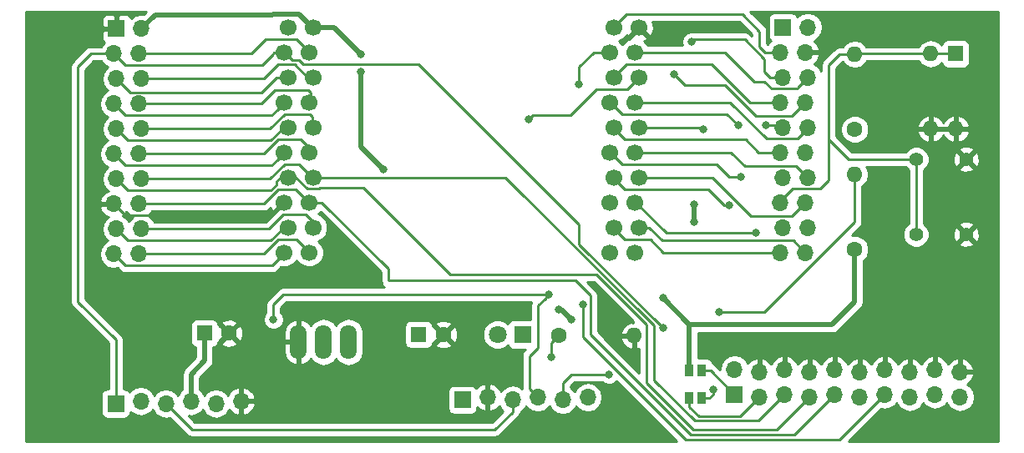
<source format=gtl>
G04 #@! TF.GenerationSoftware,KiCad,Pcbnew,no-vcs-found-08c4a0b~58~ubuntu16.04.1*
G04 #@! TF.CreationDate,2017-08-29T22:35:06+03:00*
G04 #@! TF.ProjectId,ESP-32-programmer,4553502D33322D70726F6772616D6D65,1*
G04 #@! TF.SameCoordinates,Original
G04 #@! TF.FileFunction,Copper,L1,Top,Signal*
G04 #@! TF.FilePolarity,Positive*
%FSLAX46Y46*%
G04 Gerber Fmt 4.6, Leading zero omitted, Abs format (unit mm)*
G04 Created by KiCad (PCBNEW no-vcs-found-08c4a0b~58~ubuntu16.04.1) date Tue Aug 29 22:35:06 2017*
%MOMM*%
%LPD*%
G01*
G04 APERTURE LIST*
%ADD10C,1.700000*%
%ADD11O,1.700000X1.700000*%
%ADD12R,1.700000X1.700000*%
%ADD13R,1.600000X1.600000*%
%ADD14C,1.600000*%
%ADD15O,1.699260X3.500120*%
%ADD16R,1.800000X1.800000*%
%ADD17C,1.800000*%
%ADD18O,1.600000X1.600000*%
%ADD19C,1.397000*%
%ADD20R,0.970000X1.270000*%
%ADD21C,0.800000*%
%ADD22C,0.250000*%
%ADD23C,0.508000*%
%ADD24C,0.254000*%
G04 APERTURE END LIST*
D10*
X149923800Y-70160000D03*
X152463800Y-70160000D03*
X150330200Y-67620000D03*
X152870200Y-67620000D03*
X149923800Y-65080000D03*
X152463800Y-65080000D03*
X150330200Y-62540000D03*
X152870200Y-62540000D03*
X149923800Y-60000000D03*
X152463800Y-60000000D03*
X150330200Y-57460000D03*
X152870200Y-57460000D03*
X149923800Y-54920000D03*
X152463800Y-54920000D03*
X150330200Y-52380000D03*
X152870200Y-52380000D03*
X149923800Y-49840000D03*
X152463800Y-49840000D03*
X150330200Y-47300000D03*
X152870200Y-47300000D03*
X119443800Y-70160000D03*
X116903800Y-70160000D03*
X119850200Y-67620000D03*
X117310200Y-67620000D03*
X119443800Y-65080000D03*
X116903800Y-65080000D03*
X119850200Y-62540000D03*
X117310200Y-62540000D03*
X119443800Y-60000000D03*
X116903800Y-60000000D03*
X119850200Y-57460000D03*
X117310200Y-57460000D03*
X119443800Y-54920000D03*
X116903800Y-54920000D03*
X119850200Y-52380000D03*
X117310200Y-52380000D03*
X119443800Y-49840000D03*
X116903800Y-49840000D03*
X119850200Y-47300000D03*
X117310200Y-47300000D03*
D11*
X112540000Y-85254000D03*
X110000000Y-85508000D03*
X107460000Y-85254000D03*
X104920000Y-85508000D03*
X102380000Y-85254000D03*
D12*
X99840000Y-85508000D03*
D13*
X130556000Y-78486000D03*
D14*
X133056000Y-78486000D03*
D15*
X120904000Y-79248000D03*
X118364000Y-79248000D03*
X123444000Y-79248000D03*
D16*
X141097000Y-78486000D03*
D17*
X138557000Y-78486000D03*
D13*
X185000000Y-50000000D03*
D18*
X182460000Y-57620000D03*
X182460000Y-50000000D03*
X185000000Y-57620000D03*
D19*
X180975000Y-60706000D03*
X186055000Y-60706000D03*
X180975000Y-68326000D03*
X186055000Y-68326000D03*
D13*
X108839000Y-78359000D03*
D14*
X111339000Y-78359000D03*
D20*
X157983000Y-82169000D03*
X159263000Y-82169000D03*
X157988000Y-84963000D03*
X159268000Y-84963000D03*
D18*
X152400000Y-78613000D03*
D14*
X144780000Y-78613000D03*
D18*
X174752000Y-50038000D03*
D14*
X174752000Y-57658000D03*
X174752000Y-69850000D03*
D18*
X174752000Y-62230000D03*
D11*
X185420000Y-82296000D03*
X185420000Y-84836000D03*
X182880000Y-82042000D03*
X182880000Y-84582000D03*
X180340000Y-82296000D03*
X180340000Y-84836000D03*
X177800000Y-82042000D03*
X177800000Y-84582000D03*
X175260000Y-82296000D03*
X175260000Y-84836000D03*
X172720000Y-82042000D03*
X172720000Y-84582000D03*
X170180000Y-82296000D03*
X170180000Y-84836000D03*
X167640000Y-82042000D03*
X167640000Y-84582000D03*
X165100000Y-82296000D03*
X165100000Y-84836000D03*
X162560000Y-82042000D03*
D12*
X162560000Y-84582000D03*
X167460000Y-47300000D03*
D11*
X170000000Y-47300000D03*
X167206000Y-49840000D03*
X169746000Y-49840000D03*
X167460000Y-52380000D03*
X170000000Y-52380000D03*
X167206000Y-54920000D03*
X169746000Y-54920000D03*
X167460000Y-57460000D03*
X170000000Y-57460000D03*
X167206000Y-60000000D03*
X169746000Y-60000000D03*
X167460000Y-62540000D03*
X170000000Y-62540000D03*
X167206000Y-65080000D03*
X169746000Y-65080000D03*
X167460000Y-67620000D03*
X170000000Y-67620000D03*
X167206000Y-70160000D03*
X169746000Y-70160000D03*
X102206000Y-70320000D03*
X99666000Y-70320000D03*
X102460000Y-67780000D03*
X99920000Y-67780000D03*
X102206000Y-65240000D03*
X99666000Y-65240000D03*
X102460000Y-62700000D03*
X99920000Y-62700000D03*
X102206000Y-60160000D03*
X99666000Y-60160000D03*
X102460000Y-57620000D03*
X99920000Y-57620000D03*
X102206000Y-55080000D03*
X99666000Y-55080000D03*
X102460000Y-52540000D03*
X99920000Y-52540000D03*
X102206000Y-50000000D03*
X99666000Y-50000000D03*
X102460000Y-47460000D03*
D12*
X99920000Y-47460000D03*
X135000000Y-85127000D03*
D11*
X137540000Y-84873000D03*
X140080000Y-85127000D03*
X142620000Y-84873000D03*
X145160000Y-85127000D03*
X147700000Y-84873000D03*
D21*
X154940000Y-88646000D03*
X148590000Y-88900000D03*
X150876000Y-86360000D03*
X127762000Y-78994000D03*
X124968000Y-75946000D03*
X127000000Y-76962000D03*
X129286000Y-86106000D03*
X128016000Y-83058000D03*
X124460000Y-83312000D03*
X127000000Y-85344000D03*
X120650000Y-86360000D03*
X114808000Y-84328000D03*
X115824000Y-82042000D03*
X117602000Y-85344000D03*
X102870000Y-88138000D03*
X95758000Y-84328000D03*
X95250000Y-88138000D03*
X92202000Y-86360000D03*
X92710000Y-82550000D03*
X96012000Y-80518000D03*
X92456000Y-77216000D03*
X96774000Y-48006000D03*
X97790000Y-46482000D03*
X94742000Y-47498000D03*
X91440000Y-46990000D03*
X92964000Y-49022000D03*
X93726000Y-52324000D03*
X91440000Y-52070000D03*
X92202000Y-56388000D03*
X94488000Y-58674000D03*
X91948000Y-62230000D03*
X94488000Y-67310000D03*
X91694000Y-68834000D03*
X93218000Y-73406000D03*
X98552000Y-73660000D03*
X103124000Y-73914000D03*
X99314000Y-75692000D03*
X101854000Y-77216000D03*
X105664000Y-80772000D03*
X104902000Y-78740000D03*
X106172000Y-76454000D03*
X106934000Y-72898000D03*
X116332000Y-73660000D03*
X120904000Y-72898000D03*
X126238000Y-72898000D03*
X122174000Y-69342000D03*
X123698000Y-71628000D03*
X175260000Y-79248000D03*
X185674000Y-78486000D03*
X178054000Y-70358000D03*
X185928000Y-73660000D03*
X179324000Y-74676000D03*
X158496000Y-65278000D03*
X158496000Y-67056000D03*
X146050000Y-76962000D03*
X144780000Y-75946000D03*
X141732000Y-56642000D03*
X158242000Y-48768000D03*
X156464000Y-52070000D03*
X146812000Y-53086000D03*
X115824000Y-76962000D03*
X143764000Y-74422000D03*
X127000000Y-61722000D03*
X124714000Y-51816000D03*
X124714000Y-50038000D03*
X155321000Y-74803000D03*
X149860000Y-82550000D03*
X161036000Y-76200000D03*
X155321000Y-77851000D03*
X160401000Y-84074000D03*
X165735000Y-57277000D03*
X162941000Y-57277000D03*
X159385000Y-57658000D03*
X163195000Y-62484000D03*
X162052000Y-65405000D03*
X147193000Y-75438000D03*
X164719000Y-68199000D03*
X144018000Y-80772000D03*
D22*
X99666000Y-65240000D02*
X100841001Y-66415001D01*
X100841001Y-66415001D02*
X115644999Y-66415001D01*
X115644999Y-66415001D02*
X116218001Y-65841999D01*
X116218001Y-65841999D02*
X116980000Y-65080000D01*
D23*
X158496000Y-67056000D02*
X158496000Y-65278000D01*
X144780000Y-75946000D02*
X145034000Y-75946000D01*
X145034000Y-75946000D02*
X146050000Y-76962000D01*
D22*
X148590000Y-53594000D02*
X151656200Y-53594000D01*
X151656200Y-53594000D02*
X152870200Y-52380000D01*
X145941999Y-56242001D02*
X148590000Y-53594000D01*
X141732000Y-56642000D02*
X142131999Y-56242001D01*
X142131999Y-56242001D02*
X145941999Y-56242001D01*
X163594000Y-48514000D02*
X158496000Y-48514000D01*
X158496000Y-48514000D02*
X158242000Y-48768000D01*
X166172000Y-52380000D02*
X167460000Y-52380000D01*
X163594000Y-48514000D02*
X165608000Y-50528000D01*
X165608000Y-50528000D02*
X165608000Y-51816000D01*
X165608000Y-51816000D02*
X166172000Y-52380000D01*
X138271081Y-88138000D02*
X107550000Y-88138000D01*
X107550000Y-88138000D02*
X104920000Y-85508000D01*
X140080000Y-85127000D02*
X140080000Y-86329081D01*
X140080000Y-86329081D02*
X138271081Y-88138000D01*
X161599999Y-53141999D02*
X157535999Y-53141999D01*
X157535999Y-53141999D02*
X156464000Y-52070000D01*
X146812000Y-51308000D02*
X148280000Y-49840000D01*
X148280000Y-49840000D02*
X149923800Y-49840000D01*
X146812000Y-53086000D02*
X146812000Y-51308000D01*
X142620000Y-75566000D02*
X143364001Y-74821999D01*
X142620000Y-84873000D02*
X141770001Y-84023001D01*
X142620000Y-79826998D02*
X142620000Y-75566000D01*
X141770001Y-80676997D02*
X142620000Y-79826998D01*
X143364001Y-74821999D02*
X143764000Y-74422000D01*
X141770001Y-84023001D02*
X141770001Y-80676997D01*
X115824000Y-76962000D02*
X115824000Y-75438000D01*
X115824000Y-75438000D02*
X116840000Y-74422000D01*
X116840000Y-74422000D02*
X143764000Y-74422000D01*
X161599999Y-53141999D02*
X164742999Y-56284999D01*
X168381001Y-56284999D02*
X168896001Y-55769999D01*
X164742999Y-56284999D02*
X168381001Y-56284999D01*
X168896001Y-55769999D02*
X169746000Y-54920000D01*
D23*
X107460000Y-82532000D02*
X108839000Y-81153000D01*
X108839000Y-81153000D02*
X108839000Y-78359000D01*
X107460000Y-85254000D02*
X107460000Y-82532000D01*
X124714000Y-51816000D02*
X124714000Y-59436000D01*
X124714000Y-59436000D02*
X127000000Y-61722000D01*
X119774000Y-47300000D02*
X121976000Y-47300000D01*
X121976000Y-47300000D02*
X124714000Y-50038000D01*
X115824000Y-45974000D02*
X118448000Y-45974000D01*
X118448000Y-45974000D02*
X119774000Y-47300000D01*
X115714001Y-46083999D02*
X115824000Y-45974000D01*
X102460000Y-47460000D02*
X103836001Y-46083999D01*
X103836001Y-46083999D02*
X115714001Y-46083999D01*
X174752000Y-75184000D02*
X172471000Y-77465000D01*
X172471000Y-77465000D02*
X157983000Y-77465000D01*
X174752000Y-69850000D02*
X174752000Y-75184000D01*
X157983000Y-77465000D02*
X155321000Y-74803000D01*
X157983000Y-82169000D02*
X157983000Y-77465000D01*
D22*
X102206000Y-70320000D02*
X114846000Y-70320000D01*
X114846000Y-70320000D02*
X116332000Y-68834000D01*
X116332000Y-68834000D02*
X118194000Y-68834000D01*
X118194000Y-68834000D02*
X118758001Y-69398001D01*
X118758001Y-69398001D02*
X119520000Y-70160000D01*
X115702999Y-71495001D02*
X115702999Y-71437001D01*
X115702999Y-71437001D02*
X116980000Y-70160000D01*
X99666000Y-70320000D02*
X100841001Y-71495001D01*
X100841001Y-71495001D02*
X115702999Y-71495001D01*
X102460000Y-67780000D02*
X115354000Y-67780000D01*
X115354000Y-67780000D02*
X116840000Y-66294000D01*
X116840000Y-66294000D02*
X119126000Y-66294000D01*
X119126000Y-66294000D02*
X119774000Y-66942000D01*
X119774000Y-66942000D02*
X119774000Y-67620000D01*
X115574589Y-68955001D02*
X116909590Y-67620000D01*
X101095001Y-68955001D02*
X115574589Y-68955001D01*
X116909590Y-67620000D02*
X117234000Y-67620000D01*
X99920000Y-67780000D02*
X101095001Y-68955001D01*
X127465000Y-71839000D02*
X120706000Y-65080000D01*
X120706000Y-65080000D02*
X119443800Y-65080000D01*
X127465000Y-73025000D02*
X127465000Y-71839000D01*
X102206000Y-65240000D02*
X114846000Y-65240000D01*
X114846000Y-65240000D02*
X116332000Y-63754000D01*
X116332000Y-63754000D02*
X118117800Y-63754000D01*
X118117800Y-63754000D02*
X119443800Y-65080000D01*
X146431000Y-73025000D02*
X147955000Y-74549000D01*
X168656000Y-88646000D02*
X172720000Y-84582000D01*
X127465000Y-73025000D02*
X146431000Y-73025000D01*
X147955000Y-74549000D02*
X147955000Y-78486000D01*
X147955000Y-78486000D02*
X158115000Y-88646000D01*
X158115000Y-88646000D02*
X168656000Y-88646000D01*
X102460000Y-62700000D02*
X115465238Y-62700000D01*
X115465238Y-62700000D02*
X116951238Y-61214000D01*
X116951238Y-61214000D02*
X118448000Y-61214000D01*
X118448000Y-61214000D02*
X119774000Y-62540000D01*
X119774000Y-62540000D02*
X139373590Y-62540000D01*
X139373590Y-62540000D02*
X154432000Y-77598410D01*
X154432000Y-77598410D02*
X154432000Y-83112002D01*
X154432000Y-83112002D02*
X158568998Y-87249000D01*
X158568998Y-87249000D02*
X164973000Y-87249000D01*
X164973000Y-87249000D02*
X167640000Y-84582000D01*
X116145600Y-62924400D02*
X116530000Y-62540000D01*
X116530000Y-62540000D02*
X117310200Y-62540000D01*
X116145600Y-63303989D02*
X116145600Y-62924400D01*
X170180000Y-84836000D02*
X166878000Y-88138000D01*
X166878000Y-88138000D02*
X158369000Y-88138000D01*
X124968001Y-63627001D02*
X120502201Y-63627001D01*
X158369000Y-88138000D02*
X153670000Y-83439000D01*
X120414201Y-63715001D02*
X119286199Y-63715001D01*
X118111198Y-62540000D02*
X117310200Y-62540000D01*
X153670000Y-83439000D02*
X153670000Y-77472820D01*
X148587180Y-72390000D02*
X133731000Y-72390000D01*
X153670000Y-77472820D02*
X148587180Y-72390000D01*
X133731000Y-72390000D02*
X124968001Y-63627001D01*
X120502201Y-63627001D02*
X120414201Y-63715001D01*
X119286199Y-63715001D02*
X118111198Y-62540000D01*
X101095001Y-63875001D02*
X115574589Y-63875001D01*
X115574589Y-63875001D02*
X116145600Y-63303989D01*
X99920000Y-62700000D02*
X101095001Y-63875001D01*
X114846000Y-60160000D02*
X116332000Y-58674000D01*
X102206000Y-60160000D02*
X114846000Y-60160000D01*
X116332000Y-58674000D02*
X118618000Y-58674000D01*
X118618000Y-58674000D02*
X119520000Y-59576000D01*
X119520000Y-59576000D02*
X119520000Y-60000000D01*
X99666000Y-60160000D02*
X100841001Y-61335001D01*
X100841001Y-61335001D02*
X115644999Y-61335001D01*
X115644999Y-61335001D02*
X116218001Y-60761999D01*
X116218001Y-60761999D02*
X116980000Y-60000000D01*
X102460000Y-57620000D02*
X115465238Y-57620000D01*
X115465238Y-57620000D02*
X116951238Y-56134000D01*
X116951238Y-56134000D02*
X119525630Y-56134000D01*
X119525630Y-56134000D02*
X119774000Y-56382370D01*
X119774000Y-56382370D02*
X119774000Y-57460000D01*
X116909590Y-57460000D02*
X117234000Y-57460000D01*
X115574589Y-58795001D02*
X116909590Y-57460000D01*
X101095001Y-58795001D02*
X115574589Y-58795001D01*
X99920000Y-57620000D02*
X101095001Y-58795001D01*
X102206000Y-55080000D02*
X114592000Y-55080000D01*
X114592000Y-55080000D02*
X115966762Y-53705238D01*
X115966762Y-53705238D02*
X119382868Y-53705238D01*
X119382868Y-53705238D02*
X119634000Y-53956370D01*
X119634000Y-53956370D02*
X119634000Y-54806000D01*
X119634000Y-54806000D02*
X119520000Y-54920000D01*
X99666000Y-55080000D02*
X100841001Y-56255001D01*
X116218001Y-55681999D02*
X116980000Y-54920000D01*
X100841001Y-56255001D02*
X115644999Y-56255001D01*
X115644999Y-56255001D02*
X116218001Y-55681999D01*
X119307590Y-52380000D02*
X119774000Y-52380000D01*
X102460000Y-52540000D02*
X114846000Y-52540000D01*
X114846000Y-52540000D02*
X116332000Y-51054000D01*
X116332000Y-51054000D02*
X117981590Y-51054000D01*
X117981590Y-51054000D02*
X119307590Y-52380000D01*
X114631371Y-53904999D02*
X116156370Y-52380000D01*
X101284999Y-53904999D02*
X114631371Y-53904999D01*
X99920000Y-52540000D02*
X101284999Y-53904999D01*
X116156370Y-52380000D02*
X117234000Y-52380000D01*
X102206000Y-50000000D02*
X113576000Y-50000000D01*
X113576000Y-50000000D02*
X115062000Y-48514000D01*
X115062000Y-48514000D02*
X118194000Y-48514000D01*
X118194000Y-48514000D02*
X119520000Y-49840000D01*
X180975000Y-60706000D02*
X180975000Y-61693828D01*
X180975000Y-61693828D02*
X180975000Y-68326000D01*
X172085000Y-58674000D02*
X172085000Y-62865000D01*
X172085000Y-51181000D02*
X172085000Y-58674000D01*
X172085000Y-58674000D02*
X174117000Y-60706000D01*
X174117000Y-60706000D02*
X180975000Y-60706000D01*
X99666000Y-50000000D02*
X97320000Y-50000000D01*
X97320000Y-50000000D02*
X96012000Y-51308000D01*
X96012000Y-51308000D02*
X96012000Y-75184000D01*
X96012000Y-75184000D02*
X99840000Y-79012000D01*
X99840000Y-79012000D02*
X99840000Y-85508000D01*
X145160000Y-83440000D02*
X146050000Y-82550000D01*
X146050000Y-82550000D02*
X149860000Y-82550000D01*
X145160000Y-85127000D02*
X145160000Y-83440000D01*
X165608000Y-76200000D02*
X161036000Y-76200000D01*
X171958000Y-69850000D02*
X165608000Y-76200000D01*
X174752000Y-67056000D02*
X171958000Y-69850000D01*
X174752000Y-62230000D02*
X174752000Y-67056000D01*
X99666000Y-50000000D02*
X100841001Y-51175001D01*
X116980000Y-49840000D02*
X117741999Y-50601999D01*
X100841001Y-51175001D02*
X114686999Y-51175001D01*
X115902370Y-49840000D02*
X116980000Y-49840000D01*
X117741999Y-50601999D02*
X118419999Y-50601999D01*
X118419999Y-50601999D02*
X118872000Y-51054000D01*
X114686999Y-51175001D02*
X115824000Y-50038000D01*
X146812000Y-67310000D02*
X146812000Y-69342000D01*
X115824000Y-50038000D02*
X115824000Y-49918370D01*
X115824000Y-49918370D02*
X115902370Y-49840000D01*
X118872000Y-51054000D02*
X130556000Y-51054000D01*
X130556000Y-51054000D02*
X146812000Y-67310000D01*
X146812000Y-69342000D02*
X155321000Y-77851000D01*
X160401000Y-84565000D02*
X160401000Y-84074000D01*
X159268000Y-84963000D02*
X160003000Y-84963000D01*
X160003000Y-84963000D02*
X160401000Y-84565000D01*
X150254000Y-47300000D02*
X151580000Y-45974000D01*
X151580000Y-45974000D02*
X163340000Y-45974000D01*
X163340000Y-45974000D02*
X165100000Y-47734000D01*
X165100000Y-47734000D02*
X165100000Y-49276000D01*
X165100000Y-49276000D02*
X165664000Y-49840000D01*
X165664000Y-49840000D02*
X167206000Y-49840000D01*
X152540000Y-49840000D02*
X161600000Y-49840000D01*
X168948999Y-53555001D02*
X168948999Y-53431001D01*
X168948999Y-53431001D02*
X170000000Y-52380000D01*
X165608000Y-52832000D02*
X166331001Y-53555001D01*
X166331001Y-53555001D02*
X168948999Y-53555001D01*
X164592000Y-52832000D02*
X165608000Y-52832000D01*
X161600000Y-49840000D02*
X164592000Y-52832000D01*
X150254000Y-52380000D02*
X151580000Y-51054000D01*
X151580000Y-51054000D02*
X160274000Y-51054000D01*
X160274000Y-51054000D02*
X164140000Y-54920000D01*
X164140000Y-54920000D02*
X167206000Y-54920000D01*
X150000000Y-54920000D02*
X151214000Y-56134000D01*
X151214000Y-56134000D02*
X161798000Y-56134000D01*
X161798000Y-56134000D02*
X162941000Y-57277000D01*
X165735000Y-57277000D02*
X167277000Y-57277000D01*
X167277000Y-57277000D02*
X167460000Y-57460000D01*
X152540000Y-54920000D02*
X162108000Y-54920000D01*
X162108000Y-54920000D02*
X165823001Y-58635001D01*
X168948999Y-58635001D02*
X170000000Y-57584000D01*
X165823001Y-58635001D02*
X168948999Y-58635001D01*
X170000000Y-57584000D02*
X170000000Y-57460000D01*
X150254000Y-57460000D02*
X151468000Y-58674000D01*
X151468000Y-58674000D02*
X163703000Y-58674000D01*
X163703000Y-58674000D02*
X165029000Y-60000000D01*
X165029000Y-60000000D02*
X167206000Y-60000000D01*
X152794000Y-57460000D02*
X159187000Y-57460000D01*
X159187000Y-57460000D02*
X159385000Y-57658000D01*
X150000000Y-60000000D02*
X151214000Y-61214000D01*
X151214000Y-61214000D02*
X160782000Y-61214000D01*
X160782000Y-61214000D02*
X162052000Y-62484000D01*
X162052000Y-62484000D02*
X163195000Y-62484000D01*
X169150001Y-61690001D02*
X170000000Y-62540000D01*
X168824999Y-61364999D02*
X169150001Y-61690001D01*
X163599999Y-61364999D02*
X168824999Y-61364999D01*
X162235000Y-60000000D02*
X163599999Y-61364999D01*
X152540000Y-60000000D02*
X162235000Y-60000000D01*
X150254000Y-62540000D02*
X151468000Y-63754000D01*
X151468000Y-63754000D02*
X159893000Y-63754000D01*
X159893000Y-63754000D02*
X161544000Y-65405000D01*
X161544000Y-65405000D02*
X162052000Y-65405000D01*
X174752000Y-50038000D02*
X173228000Y-50038000D01*
X173228000Y-50038000D02*
X172085000Y-51181000D01*
X172085000Y-62865000D02*
X171234999Y-63715001D01*
X171234999Y-63715001D02*
X168440999Y-63715001D01*
X168440999Y-63715001D02*
X167206000Y-64950000D01*
X167206000Y-64950000D02*
X167206000Y-65080000D01*
X182460000Y-50000000D02*
X174790000Y-50000000D01*
X174790000Y-50000000D02*
X174752000Y-50038000D01*
X182460000Y-50000000D02*
X185000000Y-50000000D01*
X168896001Y-65929999D02*
X169746000Y-65080000D01*
X168381001Y-66444999D02*
X168896001Y-65929999D01*
X152794000Y-62540000D02*
X160330000Y-62540000D01*
X164234999Y-66444999D02*
X168381001Y-66444999D01*
X160330000Y-62540000D02*
X164234999Y-66444999D01*
X147193000Y-78740000D02*
X147193000Y-75438000D01*
X157607000Y-89154000D02*
X147193000Y-78740000D01*
X173228000Y-89154000D02*
X157607000Y-89154000D01*
X177800000Y-84582000D02*
X173228000Y-89154000D01*
X155659000Y-68199000D02*
X164153315Y-68199000D01*
X152540000Y-65080000D02*
X155659000Y-68199000D01*
X164153315Y-68199000D02*
X164719000Y-68199000D01*
X150254000Y-67620000D02*
X151468000Y-68834000D01*
X151468000Y-68834000D02*
X154051000Y-68834000D01*
X154051000Y-68834000D02*
X155377000Y-70160000D01*
X155377000Y-70160000D02*
X167206000Y-70160000D01*
X155212630Y-68961000D02*
X168547000Y-68961000D01*
X168547000Y-68961000D02*
X169746000Y-70160000D01*
X152794000Y-67620000D02*
X153871630Y-67620000D01*
X153871630Y-67620000D02*
X155212630Y-68961000D01*
X157988000Y-85848000D02*
X157988000Y-84963000D01*
X158938989Y-86798989D02*
X157988000Y-85848000D01*
X163137011Y-86798989D02*
X158938989Y-86798989D01*
X165100000Y-84836000D02*
X163137011Y-86798989D01*
X162560000Y-84582000D02*
X160147000Y-82169000D01*
X160147000Y-82169000D02*
X159263000Y-82169000D01*
X162560000Y-84328000D02*
X162560000Y-84582000D01*
X144018000Y-80772000D02*
X144018000Y-79375000D01*
X144018000Y-79375000D02*
X144780000Y-78613000D01*
D24*
G36*
X189290000Y-89290000D02*
X174166802Y-89290000D01*
X177433592Y-86023210D01*
X177800000Y-86096093D01*
X178368285Y-85983054D01*
X178850054Y-85661147D01*
X178985142Y-85458974D01*
X179289946Y-85915147D01*
X179771715Y-86237054D01*
X180340000Y-86350093D01*
X180908285Y-86237054D01*
X181390054Y-85915147D01*
X181694858Y-85458974D01*
X181829946Y-85661147D01*
X182311715Y-85983054D01*
X182880000Y-86096093D01*
X183448285Y-85983054D01*
X183930054Y-85661147D01*
X184065142Y-85458974D01*
X184369946Y-85915147D01*
X184851715Y-86237054D01*
X185420000Y-86350093D01*
X185988285Y-86237054D01*
X186470054Y-85915147D01*
X186791961Y-85433378D01*
X186905000Y-84865093D01*
X186905000Y-84806907D01*
X186791961Y-84238622D01*
X186470054Y-83756853D01*
X186186899Y-83567655D01*
X186186924Y-83567645D01*
X186615183Y-83177358D01*
X186861486Y-82652892D01*
X186740819Y-82423000D01*
X185547000Y-82423000D01*
X185547000Y-82443000D01*
X185293000Y-82443000D01*
X185293000Y-82423000D01*
X185273000Y-82423000D01*
X185273000Y-82169000D01*
X185293000Y-82169000D01*
X185293000Y-80975845D01*
X185547000Y-80975845D01*
X185547000Y-82169000D01*
X186740819Y-82169000D01*
X186861486Y-81939108D01*
X186615183Y-81414642D01*
X186186924Y-81024355D01*
X185776890Y-80854524D01*
X185547000Y-80975845D01*
X185293000Y-80975845D01*
X185063110Y-80854524D01*
X184653076Y-81024355D01*
X184224817Y-81414642D01*
X184209643Y-81446954D01*
X184075183Y-81160642D01*
X183646924Y-80770355D01*
X183236890Y-80600524D01*
X183007000Y-80721845D01*
X183007000Y-81915000D01*
X183027000Y-81915000D01*
X183027000Y-82169000D01*
X183007000Y-82169000D01*
X183007000Y-82189000D01*
X182753000Y-82189000D01*
X182753000Y-82169000D01*
X182733000Y-82169000D01*
X182733000Y-81915000D01*
X182753000Y-81915000D01*
X182753000Y-80721845D01*
X182523110Y-80600524D01*
X182113076Y-80770355D01*
X181684817Y-81160642D01*
X181550357Y-81446954D01*
X181535183Y-81414642D01*
X181106924Y-81024355D01*
X180696890Y-80854524D01*
X180467000Y-80975845D01*
X180467000Y-82169000D01*
X180487000Y-82169000D01*
X180487000Y-82423000D01*
X180467000Y-82423000D01*
X180467000Y-82443000D01*
X180213000Y-82443000D01*
X180213000Y-82423000D01*
X180193000Y-82423000D01*
X180193000Y-82169000D01*
X180213000Y-82169000D01*
X180213000Y-80975845D01*
X179983110Y-80854524D01*
X179573076Y-81024355D01*
X179144817Y-81414642D01*
X179129643Y-81446954D01*
X178995183Y-81160642D01*
X178566924Y-80770355D01*
X178156890Y-80600524D01*
X177927000Y-80721845D01*
X177927000Y-81915000D01*
X177947000Y-81915000D01*
X177947000Y-82169000D01*
X177927000Y-82169000D01*
X177927000Y-82189000D01*
X177673000Y-82189000D01*
X177673000Y-82169000D01*
X177653000Y-82169000D01*
X177653000Y-81915000D01*
X177673000Y-81915000D01*
X177673000Y-80721845D01*
X177443110Y-80600524D01*
X177033076Y-80770355D01*
X176604817Y-81160642D01*
X176470357Y-81446954D01*
X176455183Y-81414642D01*
X176026924Y-81024355D01*
X175616890Y-80854524D01*
X175387000Y-80975845D01*
X175387000Y-82169000D01*
X175407000Y-82169000D01*
X175407000Y-82423000D01*
X175387000Y-82423000D01*
X175387000Y-82443000D01*
X175133000Y-82443000D01*
X175133000Y-82423000D01*
X175113000Y-82423000D01*
X175113000Y-82169000D01*
X175133000Y-82169000D01*
X175133000Y-80975845D01*
X174903110Y-80854524D01*
X174493076Y-81024355D01*
X174064817Y-81414642D01*
X174049643Y-81446954D01*
X173915183Y-81160642D01*
X173486924Y-80770355D01*
X173076890Y-80600524D01*
X172847000Y-80721845D01*
X172847000Y-81915000D01*
X172867000Y-81915000D01*
X172867000Y-82169000D01*
X172847000Y-82169000D01*
X172847000Y-82189000D01*
X172593000Y-82189000D01*
X172593000Y-82169000D01*
X172573000Y-82169000D01*
X172573000Y-81915000D01*
X172593000Y-81915000D01*
X172593000Y-80721845D01*
X172363110Y-80600524D01*
X171953076Y-80770355D01*
X171524817Y-81160642D01*
X171390357Y-81446954D01*
X171375183Y-81414642D01*
X170946924Y-81024355D01*
X170536890Y-80854524D01*
X170307000Y-80975845D01*
X170307000Y-82169000D01*
X170327000Y-82169000D01*
X170327000Y-82423000D01*
X170307000Y-82423000D01*
X170307000Y-82443000D01*
X170053000Y-82443000D01*
X170053000Y-82423000D01*
X170033000Y-82423000D01*
X170033000Y-82169000D01*
X170053000Y-82169000D01*
X170053000Y-80975845D01*
X169823110Y-80854524D01*
X169413076Y-81024355D01*
X168984817Y-81414642D01*
X168969643Y-81446954D01*
X168835183Y-81160642D01*
X168406924Y-80770355D01*
X167996890Y-80600524D01*
X167767000Y-80721845D01*
X167767000Y-81915000D01*
X167787000Y-81915000D01*
X167787000Y-82169000D01*
X167767000Y-82169000D01*
X167767000Y-82189000D01*
X167513000Y-82189000D01*
X167513000Y-82169000D01*
X167493000Y-82169000D01*
X167493000Y-81915000D01*
X167513000Y-81915000D01*
X167513000Y-80721845D01*
X167283110Y-80600524D01*
X166873076Y-80770355D01*
X166444817Y-81160642D01*
X166310357Y-81446954D01*
X166295183Y-81414642D01*
X165866924Y-81024355D01*
X165456890Y-80854524D01*
X165227000Y-80975845D01*
X165227000Y-82169000D01*
X165247000Y-82169000D01*
X165247000Y-82423000D01*
X165227000Y-82423000D01*
X165227000Y-82443000D01*
X164973000Y-82443000D01*
X164973000Y-82423000D01*
X164953000Y-82423000D01*
X164953000Y-82169000D01*
X164973000Y-82169000D01*
X164973000Y-80975845D01*
X164743110Y-80854524D01*
X164333076Y-81024355D01*
X163909237Y-81410614D01*
X163610054Y-80962853D01*
X163128285Y-80640946D01*
X162560000Y-80527907D01*
X161991715Y-80640946D01*
X161509946Y-80962853D01*
X161188039Y-81444622D01*
X161075000Y-82012907D01*
X161075000Y-82022198D01*
X160684401Y-81631599D01*
X160437839Y-81466852D01*
X160379787Y-81455305D01*
X160346157Y-81286235D01*
X160205809Y-81076191D01*
X159995765Y-80935843D01*
X159748000Y-80886560D01*
X158872000Y-80886560D01*
X158872000Y-78354000D01*
X172471000Y-78354000D01*
X172811206Y-78286329D01*
X173099618Y-78093618D01*
X175380618Y-75812618D01*
X175468601Y-75680942D01*
X175573329Y-75524206D01*
X175641000Y-75184000D01*
X175641000Y-70990178D01*
X175967824Y-70663923D01*
X176186750Y-70136691D01*
X176187248Y-69565813D01*
X175969243Y-69038200D01*
X175565923Y-68634176D01*
X175038691Y-68415250D01*
X174468050Y-68414752D01*
X175289401Y-67593401D01*
X175454148Y-67346839D01*
X175512000Y-67056000D01*
X175512000Y-63442995D01*
X175766698Y-63272811D01*
X176077767Y-62807264D01*
X176187000Y-62258113D01*
X176187000Y-62201887D01*
X176077767Y-61652736D01*
X175952994Y-61466000D01*
X179849464Y-61466000D01*
X180215000Y-61832174D01*
X180215000Y-67200464D01*
X179845173Y-67569647D01*
X179641732Y-68059587D01*
X179641269Y-68590086D01*
X179843854Y-69080380D01*
X180218647Y-69455827D01*
X180708587Y-69659268D01*
X181239086Y-69659731D01*
X181729380Y-69457146D01*
X181926681Y-69260188D01*
X185300417Y-69260188D01*
X185362071Y-69495800D01*
X185862480Y-69671927D01*
X186392199Y-69643148D01*
X186747929Y-69495800D01*
X186809583Y-69260188D01*
X186055000Y-68505605D01*
X185300417Y-69260188D01*
X181926681Y-69260188D01*
X182104827Y-69082353D01*
X182308268Y-68592413D01*
X182308668Y-68133480D01*
X184709073Y-68133480D01*
X184737852Y-68663199D01*
X184885200Y-69018929D01*
X185120812Y-69080583D01*
X185875395Y-68326000D01*
X186234605Y-68326000D01*
X186989188Y-69080583D01*
X187224800Y-69018929D01*
X187400927Y-68518520D01*
X187372148Y-67988801D01*
X187224800Y-67633071D01*
X186989188Y-67571417D01*
X186234605Y-68326000D01*
X185875395Y-68326000D01*
X185120812Y-67571417D01*
X184885200Y-67633071D01*
X184709073Y-68133480D01*
X182308668Y-68133480D01*
X182308731Y-68061914D01*
X182106146Y-67571620D01*
X181926652Y-67391812D01*
X185300417Y-67391812D01*
X186055000Y-68146395D01*
X186809583Y-67391812D01*
X186747929Y-67156200D01*
X186247520Y-66980073D01*
X185717801Y-67008852D01*
X185362071Y-67156200D01*
X185300417Y-67391812D01*
X181926652Y-67391812D01*
X181735000Y-67199826D01*
X181735000Y-61831536D01*
X181926681Y-61640188D01*
X185300417Y-61640188D01*
X185362071Y-61875800D01*
X185862480Y-62051927D01*
X186392199Y-62023148D01*
X186747929Y-61875800D01*
X186809583Y-61640188D01*
X186055000Y-60885605D01*
X185300417Y-61640188D01*
X181926681Y-61640188D01*
X182104827Y-61462353D01*
X182308268Y-60972413D01*
X182308668Y-60513480D01*
X184709073Y-60513480D01*
X184737852Y-61043199D01*
X184885200Y-61398929D01*
X185120812Y-61460583D01*
X185875395Y-60706000D01*
X186234605Y-60706000D01*
X186989188Y-61460583D01*
X187224800Y-61398929D01*
X187400927Y-60898520D01*
X187372148Y-60368801D01*
X187224800Y-60013071D01*
X186989188Y-59951417D01*
X186234605Y-60706000D01*
X185875395Y-60706000D01*
X185120812Y-59951417D01*
X184885200Y-60013071D01*
X184709073Y-60513480D01*
X182308668Y-60513480D01*
X182308731Y-60441914D01*
X182106146Y-59951620D01*
X181926652Y-59771812D01*
X185300417Y-59771812D01*
X186055000Y-60526395D01*
X186809583Y-59771812D01*
X186747929Y-59536200D01*
X186247520Y-59360073D01*
X185717801Y-59388852D01*
X185362071Y-59536200D01*
X185300417Y-59771812D01*
X181926652Y-59771812D01*
X181731353Y-59576173D01*
X181241413Y-59372732D01*
X180710914Y-59372269D01*
X180220620Y-59574854D01*
X179848826Y-59946000D01*
X174431802Y-59946000D01*
X172845000Y-58359198D01*
X172845000Y-57942187D01*
X173316752Y-57942187D01*
X173534757Y-58469800D01*
X173938077Y-58873824D01*
X174465309Y-59092750D01*
X175036187Y-59093248D01*
X175563800Y-58875243D01*
X175967824Y-58471923D01*
X176176638Y-57969041D01*
X181068086Y-57969041D01*
X181307611Y-58475134D01*
X181722577Y-58851041D01*
X182110961Y-59011904D01*
X182333000Y-58889915D01*
X182333000Y-57747000D01*
X182587000Y-57747000D01*
X182587000Y-58889915D01*
X182809039Y-59011904D01*
X183197423Y-58851041D01*
X183612389Y-58475134D01*
X183730000Y-58226633D01*
X183847611Y-58475134D01*
X184262577Y-58851041D01*
X184650961Y-59011904D01*
X184873000Y-58889915D01*
X184873000Y-57747000D01*
X185127000Y-57747000D01*
X185127000Y-58889915D01*
X185349039Y-59011904D01*
X185737423Y-58851041D01*
X186152389Y-58475134D01*
X186391914Y-57969041D01*
X186270629Y-57747000D01*
X185127000Y-57747000D01*
X184873000Y-57747000D01*
X182587000Y-57747000D01*
X182333000Y-57747000D01*
X181189371Y-57747000D01*
X181068086Y-57969041D01*
X176176638Y-57969041D01*
X176186750Y-57944691D01*
X176187248Y-57373813D01*
X176144750Y-57270959D01*
X181068086Y-57270959D01*
X181189371Y-57493000D01*
X182333000Y-57493000D01*
X182333000Y-56350085D01*
X182587000Y-56350085D01*
X182587000Y-57493000D01*
X184873000Y-57493000D01*
X184873000Y-56350085D01*
X185127000Y-56350085D01*
X185127000Y-57493000D01*
X186270629Y-57493000D01*
X186391914Y-57270959D01*
X186152389Y-56764866D01*
X185737423Y-56388959D01*
X185349039Y-56228096D01*
X185127000Y-56350085D01*
X184873000Y-56350085D01*
X184650961Y-56228096D01*
X184262577Y-56388959D01*
X183847611Y-56764866D01*
X183730000Y-57013367D01*
X183612389Y-56764866D01*
X183197423Y-56388959D01*
X182809039Y-56228096D01*
X182587000Y-56350085D01*
X182333000Y-56350085D01*
X182110961Y-56228096D01*
X181722577Y-56388959D01*
X181307611Y-56764866D01*
X181068086Y-57270959D01*
X176144750Y-57270959D01*
X175969243Y-56846200D01*
X175565923Y-56442176D01*
X175038691Y-56223250D01*
X174467813Y-56222752D01*
X173940200Y-56440757D01*
X173536176Y-56844077D01*
X173317250Y-57371309D01*
X173316752Y-57942187D01*
X172845000Y-57942187D01*
X172845000Y-51495802D01*
X173542802Y-50798000D01*
X173548333Y-50798000D01*
X173737302Y-51080811D01*
X174202849Y-51391880D01*
X174752000Y-51501113D01*
X175301151Y-51391880D01*
X175766698Y-51080811D01*
X175981057Y-50760000D01*
X181256333Y-50760000D01*
X181445302Y-51042811D01*
X181910849Y-51353880D01*
X182460000Y-51463113D01*
X183009151Y-51353880D01*
X183474698Y-51042811D01*
X183571917Y-50897313D01*
X183601843Y-51047765D01*
X183742191Y-51257809D01*
X183952235Y-51398157D01*
X184200000Y-51447440D01*
X185800000Y-51447440D01*
X186047765Y-51398157D01*
X186257809Y-51257809D01*
X186398157Y-51047765D01*
X186447440Y-50800000D01*
X186447440Y-49200000D01*
X186398157Y-48952235D01*
X186257809Y-48742191D01*
X186047765Y-48601843D01*
X185800000Y-48552560D01*
X184200000Y-48552560D01*
X183952235Y-48601843D01*
X183742191Y-48742191D01*
X183601843Y-48952235D01*
X183571917Y-49102687D01*
X183474698Y-48957189D01*
X183009151Y-48646120D01*
X182460000Y-48536887D01*
X181910849Y-48646120D01*
X181445302Y-48957189D01*
X181256333Y-49240000D01*
X175930276Y-49240000D01*
X175766698Y-48995189D01*
X175301151Y-48684120D01*
X174752000Y-48574887D01*
X174202849Y-48684120D01*
X173737302Y-48995189D01*
X173548333Y-49278000D01*
X173228000Y-49278000D01*
X172937161Y-49335852D01*
X172690599Y-49500599D01*
X171547599Y-50643599D01*
X171382852Y-50890161D01*
X171325000Y-51181000D01*
X171325000Y-51697892D01*
X171079147Y-51329946D01*
X170631386Y-51030763D01*
X171017645Y-50606924D01*
X171187476Y-50196890D01*
X171066155Y-49967000D01*
X169873000Y-49967000D01*
X169873000Y-49987000D01*
X169619000Y-49987000D01*
X169619000Y-49967000D01*
X169599000Y-49967000D01*
X169599000Y-49713000D01*
X169619000Y-49713000D01*
X169619000Y-49693000D01*
X169873000Y-49693000D01*
X169873000Y-49713000D01*
X171066155Y-49713000D01*
X171187476Y-49483110D01*
X171017645Y-49073076D01*
X170631386Y-48649237D01*
X171079147Y-48350054D01*
X171401054Y-47868285D01*
X171514093Y-47300000D01*
X171401054Y-46731715D01*
X171079147Y-46249946D01*
X170597378Y-45928039D01*
X170029093Y-45815000D01*
X169970907Y-45815000D01*
X169402622Y-45928039D01*
X168920853Y-46249946D01*
X168918383Y-46253643D01*
X168908157Y-46202235D01*
X168767809Y-45992191D01*
X168557765Y-45851843D01*
X168310000Y-45802560D01*
X166610000Y-45802560D01*
X166362235Y-45851843D01*
X166152191Y-45992191D01*
X166011843Y-46202235D01*
X165962560Y-46450000D01*
X165962560Y-48150000D01*
X166011843Y-48397765D01*
X166152191Y-48607809D01*
X166275815Y-48690413D01*
X166126853Y-48789946D01*
X165951373Y-49052571D01*
X165860000Y-48961198D01*
X165860000Y-47734000D01*
X165802148Y-47443161D01*
X165637401Y-47196599D01*
X164150802Y-45710000D01*
X189290000Y-45710000D01*
X189290000Y-89290000D01*
X189290000Y-89290000D01*
G37*
X189290000Y-89290000D02*
X174166802Y-89290000D01*
X177433592Y-86023210D01*
X177800000Y-86096093D01*
X178368285Y-85983054D01*
X178850054Y-85661147D01*
X178985142Y-85458974D01*
X179289946Y-85915147D01*
X179771715Y-86237054D01*
X180340000Y-86350093D01*
X180908285Y-86237054D01*
X181390054Y-85915147D01*
X181694858Y-85458974D01*
X181829946Y-85661147D01*
X182311715Y-85983054D01*
X182880000Y-86096093D01*
X183448285Y-85983054D01*
X183930054Y-85661147D01*
X184065142Y-85458974D01*
X184369946Y-85915147D01*
X184851715Y-86237054D01*
X185420000Y-86350093D01*
X185988285Y-86237054D01*
X186470054Y-85915147D01*
X186791961Y-85433378D01*
X186905000Y-84865093D01*
X186905000Y-84806907D01*
X186791961Y-84238622D01*
X186470054Y-83756853D01*
X186186899Y-83567655D01*
X186186924Y-83567645D01*
X186615183Y-83177358D01*
X186861486Y-82652892D01*
X186740819Y-82423000D01*
X185547000Y-82423000D01*
X185547000Y-82443000D01*
X185293000Y-82443000D01*
X185293000Y-82423000D01*
X185273000Y-82423000D01*
X185273000Y-82169000D01*
X185293000Y-82169000D01*
X185293000Y-80975845D01*
X185547000Y-80975845D01*
X185547000Y-82169000D01*
X186740819Y-82169000D01*
X186861486Y-81939108D01*
X186615183Y-81414642D01*
X186186924Y-81024355D01*
X185776890Y-80854524D01*
X185547000Y-80975845D01*
X185293000Y-80975845D01*
X185063110Y-80854524D01*
X184653076Y-81024355D01*
X184224817Y-81414642D01*
X184209643Y-81446954D01*
X184075183Y-81160642D01*
X183646924Y-80770355D01*
X183236890Y-80600524D01*
X183007000Y-80721845D01*
X183007000Y-81915000D01*
X183027000Y-81915000D01*
X183027000Y-82169000D01*
X183007000Y-82169000D01*
X183007000Y-82189000D01*
X182753000Y-82189000D01*
X182753000Y-82169000D01*
X182733000Y-82169000D01*
X182733000Y-81915000D01*
X182753000Y-81915000D01*
X182753000Y-80721845D01*
X182523110Y-80600524D01*
X182113076Y-80770355D01*
X181684817Y-81160642D01*
X181550357Y-81446954D01*
X181535183Y-81414642D01*
X181106924Y-81024355D01*
X180696890Y-80854524D01*
X180467000Y-80975845D01*
X180467000Y-82169000D01*
X180487000Y-82169000D01*
X180487000Y-82423000D01*
X180467000Y-82423000D01*
X180467000Y-82443000D01*
X180213000Y-82443000D01*
X180213000Y-82423000D01*
X180193000Y-82423000D01*
X180193000Y-82169000D01*
X180213000Y-82169000D01*
X180213000Y-80975845D01*
X179983110Y-80854524D01*
X179573076Y-81024355D01*
X179144817Y-81414642D01*
X179129643Y-81446954D01*
X178995183Y-81160642D01*
X178566924Y-80770355D01*
X178156890Y-80600524D01*
X177927000Y-80721845D01*
X177927000Y-81915000D01*
X177947000Y-81915000D01*
X177947000Y-82169000D01*
X177927000Y-82169000D01*
X177927000Y-82189000D01*
X177673000Y-82189000D01*
X177673000Y-82169000D01*
X177653000Y-82169000D01*
X177653000Y-81915000D01*
X177673000Y-81915000D01*
X177673000Y-80721845D01*
X177443110Y-80600524D01*
X177033076Y-80770355D01*
X176604817Y-81160642D01*
X176470357Y-81446954D01*
X176455183Y-81414642D01*
X176026924Y-81024355D01*
X175616890Y-80854524D01*
X175387000Y-80975845D01*
X175387000Y-82169000D01*
X175407000Y-82169000D01*
X175407000Y-82423000D01*
X175387000Y-82423000D01*
X175387000Y-82443000D01*
X175133000Y-82443000D01*
X175133000Y-82423000D01*
X175113000Y-82423000D01*
X175113000Y-82169000D01*
X175133000Y-82169000D01*
X175133000Y-80975845D01*
X174903110Y-80854524D01*
X174493076Y-81024355D01*
X174064817Y-81414642D01*
X174049643Y-81446954D01*
X173915183Y-81160642D01*
X173486924Y-80770355D01*
X173076890Y-80600524D01*
X172847000Y-80721845D01*
X172847000Y-81915000D01*
X172867000Y-81915000D01*
X172867000Y-82169000D01*
X172847000Y-82169000D01*
X172847000Y-82189000D01*
X172593000Y-82189000D01*
X172593000Y-82169000D01*
X172573000Y-82169000D01*
X172573000Y-81915000D01*
X172593000Y-81915000D01*
X172593000Y-80721845D01*
X172363110Y-80600524D01*
X171953076Y-80770355D01*
X171524817Y-81160642D01*
X171390357Y-81446954D01*
X171375183Y-81414642D01*
X170946924Y-81024355D01*
X170536890Y-80854524D01*
X170307000Y-80975845D01*
X170307000Y-82169000D01*
X170327000Y-82169000D01*
X170327000Y-82423000D01*
X170307000Y-82423000D01*
X170307000Y-82443000D01*
X170053000Y-82443000D01*
X170053000Y-82423000D01*
X170033000Y-82423000D01*
X170033000Y-82169000D01*
X170053000Y-82169000D01*
X170053000Y-80975845D01*
X169823110Y-80854524D01*
X169413076Y-81024355D01*
X168984817Y-81414642D01*
X168969643Y-81446954D01*
X168835183Y-81160642D01*
X168406924Y-80770355D01*
X167996890Y-80600524D01*
X167767000Y-80721845D01*
X167767000Y-81915000D01*
X167787000Y-81915000D01*
X167787000Y-82169000D01*
X167767000Y-82169000D01*
X167767000Y-82189000D01*
X167513000Y-82189000D01*
X167513000Y-82169000D01*
X167493000Y-82169000D01*
X167493000Y-81915000D01*
X167513000Y-81915000D01*
X167513000Y-80721845D01*
X167283110Y-80600524D01*
X166873076Y-80770355D01*
X166444817Y-81160642D01*
X166310357Y-81446954D01*
X166295183Y-81414642D01*
X165866924Y-81024355D01*
X165456890Y-80854524D01*
X165227000Y-80975845D01*
X165227000Y-82169000D01*
X165247000Y-82169000D01*
X165247000Y-82423000D01*
X165227000Y-82423000D01*
X165227000Y-82443000D01*
X164973000Y-82443000D01*
X164973000Y-82423000D01*
X164953000Y-82423000D01*
X164953000Y-82169000D01*
X164973000Y-82169000D01*
X164973000Y-80975845D01*
X164743110Y-80854524D01*
X164333076Y-81024355D01*
X163909237Y-81410614D01*
X163610054Y-80962853D01*
X163128285Y-80640946D01*
X162560000Y-80527907D01*
X161991715Y-80640946D01*
X161509946Y-80962853D01*
X161188039Y-81444622D01*
X161075000Y-82012907D01*
X161075000Y-82022198D01*
X160684401Y-81631599D01*
X160437839Y-81466852D01*
X160379787Y-81455305D01*
X160346157Y-81286235D01*
X160205809Y-81076191D01*
X159995765Y-80935843D01*
X159748000Y-80886560D01*
X158872000Y-80886560D01*
X158872000Y-78354000D01*
X172471000Y-78354000D01*
X172811206Y-78286329D01*
X173099618Y-78093618D01*
X175380618Y-75812618D01*
X175468601Y-75680942D01*
X175573329Y-75524206D01*
X175641000Y-75184000D01*
X175641000Y-70990178D01*
X175967824Y-70663923D01*
X176186750Y-70136691D01*
X176187248Y-69565813D01*
X175969243Y-69038200D01*
X175565923Y-68634176D01*
X175038691Y-68415250D01*
X174468050Y-68414752D01*
X175289401Y-67593401D01*
X175454148Y-67346839D01*
X175512000Y-67056000D01*
X175512000Y-63442995D01*
X175766698Y-63272811D01*
X176077767Y-62807264D01*
X176187000Y-62258113D01*
X176187000Y-62201887D01*
X176077767Y-61652736D01*
X175952994Y-61466000D01*
X179849464Y-61466000D01*
X180215000Y-61832174D01*
X180215000Y-67200464D01*
X179845173Y-67569647D01*
X179641732Y-68059587D01*
X179641269Y-68590086D01*
X179843854Y-69080380D01*
X180218647Y-69455827D01*
X180708587Y-69659268D01*
X181239086Y-69659731D01*
X181729380Y-69457146D01*
X181926681Y-69260188D01*
X185300417Y-69260188D01*
X185362071Y-69495800D01*
X185862480Y-69671927D01*
X186392199Y-69643148D01*
X186747929Y-69495800D01*
X186809583Y-69260188D01*
X186055000Y-68505605D01*
X185300417Y-69260188D01*
X181926681Y-69260188D01*
X182104827Y-69082353D01*
X182308268Y-68592413D01*
X182308668Y-68133480D01*
X184709073Y-68133480D01*
X184737852Y-68663199D01*
X184885200Y-69018929D01*
X185120812Y-69080583D01*
X185875395Y-68326000D01*
X186234605Y-68326000D01*
X186989188Y-69080583D01*
X187224800Y-69018929D01*
X187400927Y-68518520D01*
X187372148Y-67988801D01*
X187224800Y-67633071D01*
X186989188Y-67571417D01*
X186234605Y-68326000D01*
X185875395Y-68326000D01*
X185120812Y-67571417D01*
X184885200Y-67633071D01*
X184709073Y-68133480D01*
X182308668Y-68133480D01*
X182308731Y-68061914D01*
X182106146Y-67571620D01*
X181926652Y-67391812D01*
X185300417Y-67391812D01*
X186055000Y-68146395D01*
X186809583Y-67391812D01*
X186747929Y-67156200D01*
X186247520Y-66980073D01*
X185717801Y-67008852D01*
X185362071Y-67156200D01*
X185300417Y-67391812D01*
X181926652Y-67391812D01*
X181735000Y-67199826D01*
X181735000Y-61831536D01*
X181926681Y-61640188D01*
X185300417Y-61640188D01*
X185362071Y-61875800D01*
X185862480Y-62051927D01*
X186392199Y-62023148D01*
X186747929Y-61875800D01*
X186809583Y-61640188D01*
X186055000Y-60885605D01*
X185300417Y-61640188D01*
X181926681Y-61640188D01*
X182104827Y-61462353D01*
X182308268Y-60972413D01*
X182308668Y-60513480D01*
X184709073Y-60513480D01*
X184737852Y-61043199D01*
X184885200Y-61398929D01*
X185120812Y-61460583D01*
X185875395Y-60706000D01*
X186234605Y-60706000D01*
X186989188Y-61460583D01*
X187224800Y-61398929D01*
X187400927Y-60898520D01*
X187372148Y-60368801D01*
X187224800Y-60013071D01*
X186989188Y-59951417D01*
X186234605Y-60706000D01*
X185875395Y-60706000D01*
X185120812Y-59951417D01*
X184885200Y-60013071D01*
X184709073Y-60513480D01*
X182308668Y-60513480D01*
X182308731Y-60441914D01*
X182106146Y-59951620D01*
X181926652Y-59771812D01*
X185300417Y-59771812D01*
X186055000Y-60526395D01*
X186809583Y-59771812D01*
X186747929Y-59536200D01*
X186247520Y-59360073D01*
X185717801Y-59388852D01*
X185362071Y-59536200D01*
X185300417Y-59771812D01*
X181926652Y-59771812D01*
X181731353Y-59576173D01*
X181241413Y-59372732D01*
X180710914Y-59372269D01*
X180220620Y-59574854D01*
X179848826Y-59946000D01*
X174431802Y-59946000D01*
X172845000Y-58359198D01*
X172845000Y-57942187D01*
X173316752Y-57942187D01*
X173534757Y-58469800D01*
X173938077Y-58873824D01*
X174465309Y-59092750D01*
X175036187Y-59093248D01*
X175563800Y-58875243D01*
X175967824Y-58471923D01*
X176176638Y-57969041D01*
X181068086Y-57969041D01*
X181307611Y-58475134D01*
X181722577Y-58851041D01*
X182110961Y-59011904D01*
X182333000Y-58889915D01*
X182333000Y-57747000D01*
X182587000Y-57747000D01*
X182587000Y-58889915D01*
X182809039Y-59011904D01*
X183197423Y-58851041D01*
X183612389Y-58475134D01*
X183730000Y-58226633D01*
X183847611Y-58475134D01*
X184262577Y-58851041D01*
X184650961Y-59011904D01*
X184873000Y-58889915D01*
X184873000Y-57747000D01*
X185127000Y-57747000D01*
X185127000Y-58889915D01*
X185349039Y-59011904D01*
X185737423Y-58851041D01*
X186152389Y-58475134D01*
X186391914Y-57969041D01*
X186270629Y-57747000D01*
X185127000Y-57747000D01*
X184873000Y-57747000D01*
X182587000Y-57747000D01*
X182333000Y-57747000D01*
X181189371Y-57747000D01*
X181068086Y-57969041D01*
X176176638Y-57969041D01*
X176186750Y-57944691D01*
X176187248Y-57373813D01*
X176144750Y-57270959D01*
X181068086Y-57270959D01*
X181189371Y-57493000D01*
X182333000Y-57493000D01*
X182333000Y-56350085D01*
X182587000Y-56350085D01*
X182587000Y-57493000D01*
X184873000Y-57493000D01*
X184873000Y-56350085D01*
X185127000Y-56350085D01*
X185127000Y-57493000D01*
X186270629Y-57493000D01*
X186391914Y-57270959D01*
X186152389Y-56764866D01*
X185737423Y-56388959D01*
X185349039Y-56228096D01*
X185127000Y-56350085D01*
X184873000Y-56350085D01*
X184650961Y-56228096D01*
X184262577Y-56388959D01*
X183847611Y-56764866D01*
X183730000Y-57013367D01*
X183612389Y-56764866D01*
X183197423Y-56388959D01*
X182809039Y-56228096D01*
X182587000Y-56350085D01*
X182333000Y-56350085D01*
X182110961Y-56228096D01*
X181722577Y-56388959D01*
X181307611Y-56764866D01*
X181068086Y-57270959D01*
X176144750Y-57270959D01*
X175969243Y-56846200D01*
X175565923Y-56442176D01*
X175038691Y-56223250D01*
X174467813Y-56222752D01*
X173940200Y-56440757D01*
X173536176Y-56844077D01*
X173317250Y-57371309D01*
X173316752Y-57942187D01*
X172845000Y-57942187D01*
X172845000Y-51495802D01*
X173542802Y-50798000D01*
X173548333Y-50798000D01*
X173737302Y-51080811D01*
X174202849Y-51391880D01*
X174752000Y-51501113D01*
X175301151Y-51391880D01*
X175766698Y-51080811D01*
X175981057Y-50760000D01*
X181256333Y-50760000D01*
X181445302Y-51042811D01*
X181910849Y-51353880D01*
X182460000Y-51463113D01*
X183009151Y-51353880D01*
X183474698Y-51042811D01*
X183571917Y-50897313D01*
X183601843Y-51047765D01*
X183742191Y-51257809D01*
X183952235Y-51398157D01*
X184200000Y-51447440D01*
X185800000Y-51447440D01*
X186047765Y-51398157D01*
X186257809Y-51257809D01*
X186398157Y-51047765D01*
X186447440Y-50800000D01*
X186447440Y-49200000D01*
X186398157Y-48952235D01*
X186257809Y-48742191D01*
X186047765Y-48601843D01*
X185800000Y-48552560D01*
X184200000Y-48552560D01*
X183952235Y-48601843D01*
X183742191Y-48742191D01*
X183601843Y-48952235D01*
X183571917Y-49102687D01*
X183474698Y-48957189D01*
X183009151Y-48646120D01*
X182460000Y-48536887D01*
X181910849Y-48646120D01*
X181445302Y-48957189D01*
X181256333Y-49240000D01*
X175930276Y-49240000D01*
X175766698Y-48995189D01*
X175301151Y-48684120D01*
X174752000Y-48574887D01*
X174202849Y-48684120D01*
X173737302Y-48995189D01*
X173548333Y-49278000D01*
X173228000Y-49278000D01*
X172937161Y-49335852D01*
X172690599Y-49500599D01*
X171547599Y-50643599D01*
X171382852Y-50890161D01*
X171325000Y-51181000D01*
X171325000Y-51697892D01*
X171079147Y-51329946D01*
X170631386Y-51030763D01*
X171017645Y-50606924D01*
X171187476Y-50196890D01*
X171066155Y-49967000D01*
X169873000Y-49967000D01*
X169873000Y-49987000D01*
X169619000Y-49987000D01*
X169619000Y-49967000D01*
X169599000Y-49967000D01*
X169599000Y-49713000D01*
X169619000Y-49713000D01*
X169619000Y-49693000D01*
X169873000Y-49693000D01*
X169873000Y-49713000D01*
X171066155Y-49713000D01*
X171187476Y-49483110D01*
X171017645Y-49073076D01*
X170631386Y-48649237D01*
X171079147Y-48350054D01*
X171401054Y-47868285D01*
X171514093Y-47300000D01*
X171401054Y-46731715D01*
X171079147Y-46249946D01*
X170597378Y-45928039D01*
X170029093Y-45815000D01*
X169970907Y-45815000D01*
X169402622Y-45928039D01*
X168920853Y-46249946D01*
X168918383Y-46253643D01*
X168908157Y-46202235D01*
X168767809Y-45992191D01*
X168557765Y-45851843D01*
X168310000Y-45802560D01*
X166610000Y-45802560D01*
X166362235Y-45851843D01*
X166152191Y-45992191D01*
X166011843Y-46202235D01*
X165962560Y-46450000D01*
X165962560Y-48150000D01*
X166011843Y-48397765D01*
X166152191Y-48607809D01*
X166275815Y-48690413D01*
X166126853Y-48789946D01*
X165951373Y-49052571D01*
X165860000Y-48961198D01*
X165860000Y-47734000D01*
X165802148Y-47443161D01*
X165637401Y-47196599D01*
X164150802Y-45710000D01*
X189290000Y-45710000D01*
X189290000Y-89290000D01*
G36*
X102654802Y-46007962D02*
X102489093Y-45975000D01*
X102430907Y-45975000D01*
X101862622Y-46088039D01*
X101380853Y-46409946D01*
X101376903Y-46415858D01*
X101308327Y-46250301D01*
X101129698Y-46071673D01*
X100896309Y-45975000D01*
X100205750Y-45975000D01*
X100047000Y-46133750D01*
X100047000Y-47333000D01*
X100067000Y-47333000D01*
X100067000Y-47587000D01*
X100047000Y-47587000D01*
X100047000Y-47607000D01*
X99793000Y-47607000D01*
X99793000Y-47587000D01*
X98593750Y-47587000D01*
X98435000Y-47745750D01*
X98435000Y-48436310D01*
X98531673Y-48669699D01*
X98710302Y-48848327D01*
X98727979Y-48855649D01*
X98586853Y-48949946D01*
X98393046Y-49240000D01*
X97320000Y-49240000D01*
X97029160Y-49297852D01*
X96782599Y-49462599D01*
X95474599Y-50770599D01*
X95309852Y-51017161D01*
X95252000Y-51308000D01*
X95252000Y-75184000D01*
X95309852Y-75474839D01*
X95474599Y-75721401D01*
X99080000Y-79326802D01*
X99080000Y-84010560D01*
X98990000Y-84010560D01*
X98742235Y-84059843D01*
X98532191Y-84200191D01*
X98391843Y-84410235D01*
X98342560Y-84658000D01*
X98342560Y-86358000D01*
X98391843Y-86605765D01*
X98532191Y-86815809D01*
X98742235Y-86956157D01*
X98990000Y-87005440D01*
X100690000Y-87005440D01*
X100937765Y-86956157D01*
X101147809Y-86815809D01*
X101288157Y-86605765D01*
X101337440Y-86358000D01*
X101337440Y-86338154D01*
X101811715Y-86655054D01*
X102380000Y-86768093D01*
X102948285Y-86655054D01*
X103430054Y-86333147D01*
X103565142Y-86130974D01*
X103869946Y-86587147D01*
X104351715Y-86909054D01*
X104920000Y-87022093D01*
X105286408Y-86949210D01*
X107012599Y-88675401D01*
X107259161Y-88840148D01*
X107550000Y-88898000D01*
X138271081Y-88898000D01*
X138561920Y-88840148D01*
X138808482Y-88675401D01*
X140617401Y-86866482D01*
X140782148Y-86619920D01*
X140823741Y-86410818D01*
X141130054Y-86206147D01*
X141434858Y-85749974D01*
X141569946Y-85952147D01*
X142051715Y-86274054D01*
X142620000Y-86387093D01*
X143188285Y-86274054D01*
X143670054Y-85952147D01*
X143805142Y-85749974D01*
X144109946Y-86206147D01*
X144591715Y-86528054D01*
X145160000Y-86641093D01*
X145728285Y-86528054D01*
X146210054Y-86206147D01*
X146514858Y-85749974D01*
X146649946Y-85952147D01*
X147131715Y-86274054D01*
X147700000Y-86387093D01*
X148268285Y-86274054D01*
X148750054Y-85952147D01*
X149071961Y-85470378D01*
X149185000Y-84902093D01*
X149185000Y-84843907D01*
X149071961Y-84275622D01*
X148750054Y-83793853D01*
X148268285Y-83471946D01*
X147700000Y-83358907D01*
X147131715Y-83471946D01*
X146649946Y-83793853D01*
X146345142Y-84250026D01*
X146210054Y-84047853D01*
X145920000Y-83854046D01*
X145920000Y-83754802D01*
X146364802Y-83310000D01*
X149156239Y-83310000D01*
X149272954Y-83426919D01*
X149653223Y-83584820D01*
X150064971Y-83585179D01*
X150445515Y-83427942D01*
X150625985Y-83247787D01*
X156668198Y-89290000D01*
X90710000Y-89290000D01*
X90710000Y-46483690D01*
X98435000Y-46483690D01*
X98435000Y-47174250D01*
X98593750Y-47333000D01*
X99793000Y-47333000D01*
X99793000Y-46133750D01*
X99634250Y-45975000D01*
X98943691Y-45975000D01*
X98710302Y-46071673D01*
X98531673Y-46250301D01*
X98435000Y-46483690D01*
X90710000Y-46483690D01*
X90710000Y-45710000D01*
X102952764Y-45710000D01*
X102654802Y-46007962D01*
X102654802Y-46007962D01*
G37*
X102654802Y-46007962D02*
X102489093Y-45975000D01*
X102430907Y-45975000D01*
X101862622Y-46088039D01*
X101380853Y-46409946D01*
X101376903Y-46415858D01*
X101308327Y-46250301D01*
X101129698Y-46071673D01*
X100896309Y-45975000D01*
X100205750Y-45975000D01*
X100047000Y-46133750D01*
X100047000Y-47333000D01*
X100067000Y-47333000D01*
X100067000Y-47587000D01*
X100047000Y-47587000D01*
X100047000Y-47607000D01*
X99793000Y-47607000D01*
X99793000Y-47587000D01*
X98593750Y-47587000D01*
X98435000Y-47745750D01*
X98435000Y-48436310D01*
X98531673Y-48669699D01*
X98710302Y-48848327D01*
X98727979Y-48855649D01*
X98586853Y-48949946D01*
X98393046Y-49240000D01*
X97320000Y-49240000D01*
X97029160Y-49297852D01*
X96782599Y-49462599D01*
X95474599Y-50770599D01*
X95309852Y-51017161D01*
X95252000Y-51308000D01*
X95252000Y-75184000D01*
X95309852Y-75474839D01*
X95474599Y-75721401D01*
X99080000Y-79326802D01*
X99080000Y-84010560D01*
X98990000Y-84010560D01*
X98742235Y-84059843D01*
X98532191Y-84200191D01*
X98391843Y-84410235D01*
X98342560Y-84658000D01*
X98342560Y-86358000D01*
X98391843Y-86605765D01*
X98532191Y-86815809D01*
X98742235Y-86956157D01*
X98990000Y-87005440D01*
X100690000Y-87005440D01*
X100937765Y-86956157D01*
X101147809Y-86815809D01*
X101288157Y-86605765D01*
X101337440Y-86358000D01*
X101337440Y-86338154D01*
X101811715Y-86655054D01*
X102380000Y-86768093D01*
X102948285Y-86655054D01*
X103430054Y-86333147D01*
X103565142Y-86130974D01*
X103869946Y-86587147D01*
X104351715Y-86909054D01*
X104920000Y-87022093D01*
X105286408Y-86949210D01*
X107012599Y-88675401D01*
X107259161Y-88840148D01*
X107550000Y-88898000D01*
X138271081Y-88898000D01*
X138561920Y-88840148D01*
X138808482Y-88675401D01*
X140617401Y-86866482D01*
X140782148Y-86619920D01*
X140823741Y-86410818D01*
X141130054Y-86206147D01*
X141434858Y-85749974D01*
X141569946Y-85952147D01*
X142051715Y-86274054D01*
X142620000Y-86387093D01*
X143188285Y-86274054D01*
X143670054Y-85952147D01*
X143805142Y-85749974D01*
X144109946Y-86206147D01*
X144591715Y-86528054D01*
X145160000Y-86641093D01*
X145728285Y-86528054D01*
X146210054Y-86206147D01*
X146514858Y-85749974D01*
X146649946Y-85952147D01*
X147131715Y-86274054D01*
X147700000Y-86387093D01*
X148268285Y-86274054D01*
X148750054Y-85952147D01*
X149071961Y-85470378D01*
X149185000Y-84902093D01*
X149185000Y-84843907D01*
X149071961Y-84275622D01*
X148750054Y-83793853D01*
X148268285Y-83471946D01*
X147700000Y-83358907D01*
X147131715Y-83471946D01*
X146649946Y-83793853D01*
X146345142Y-84250026D01*
X146210054Y-84047853D01*
X145920000Y-83854046D01*
X145920000Y-83754802D01*
X146364802Y-83310000D01*
X149156239Y-83310000D01*
X149272954Y-83426919D01*
X149653223Y-83584820D01*
X150064971Y-83585179D01*
X150445515Y-83427942D01*
X150625985Y-83247787D01*
X156668198Y-89290000D01*
X90710000Y-89290000D01*
X90710000Y-46483690D01*
X98435000Y-46483690D01*
X98435000Y-47174250D01*
X98593750Y-47333000D01*
X99793000Y-47333000D01*
X99793000Y-46133750D01*
X99634250Y-45975000D01*
X98943691Y-45975000D01*
X98710302Y-46071673D01*
X98531673Y-46250301D01*
X98435000Y-46483690D01*
X90710000Y-46483690D01*
X90710000Y-45710000D01*
X102952764Y-45710000D01*
X102654802Y-46007962D01*
G36*
X98586853Y-51050054D02*
X99043026Y-51354858D01*
X98840853Y-51489946D01*
X98518946Y-51971715D01*
X98405907Y-52540000D01*
X98518946Y-53108285D01*
X98840853Y-53590054D01*
X99043026Y-53725142D01*
X98586853Y-54029946D01*
X98264946Y-54511715D01*
X98151907Y-55080000D01*
X98264946Y-55648285D01*
X98586853Y-56130054D01*
X99043026Y-56434858D01*
X98840853Y-56569946D01*
X98518946Y-57051715D01*
X98405907Y-57620000D01*
X98518946Y-58188285D01*
X98840853Y-58670054D01*
X99043026Y-58805142D01*
X98586853Y-59109946D01*
X98264946Y-59591715D01*
X98151907Y-60160000D01*
X98264946Y-60728285D01*
X98586853Y-61210054D01*
X99043026Y-61514858D01*
X98840853Y-61649946D01*
X98518946Y-62131715D01*
X98405907Y-62700000D01*
X98518946Y-63268285D01*
X98840853Y-63750054D01*
X99076715Y-63907652D01*
X98784642Y-64044817D01*
X98394355Y-64473076D01*
X98224524Y-64883110D01*
X98345845Y-65113000D01*
X99539000Y-65113000D01*
X99539000Y-65093000D01*
X99793000Y-65093000D01*
X99793000Y-65113000D01*
X99813000Y-65113000D01*
X99813000Y-65367000D01*
X99793000Y-65367000D01*
X99793000Y-65387000D01*
X99539000Y-65387000D01*
X99539000Y-65367000D01*
X98345845Y-65367000D01*
X98224524Y-65596890D01*
X98394355Y-66006924D01*
X98784642Y-66435183D01*
X99076715Y-66572348D01*
X98840853Y-66729946D01*
X98518946Y-67211715D01*
X98405907Y-67780000D01*
X98518946Y-68348285D01*
X98840853Y-68830054D01*
X99043026Y-68965142D01*
X98586853Y-69269946D01*
X98264946Y-69751715D01*
X98151907Y-70320000D01*
X98264946Y-70888285D01*
X98586853Y-71370054D01*
X99068622Y-71691961D01*
X99636907Y-71805000D01*
X99695093Y-71805000D01*
X100012969Y-71741771D01*
X100303600Y-72032402D01*
X100550161Y-72197149D01*
X100841001Y-72255001D01*
X115702999Y-72255001D01*
X115993838Y-72197149D01*
X116240400Y-72032402D01*
X116357192Y-71857610D01*
X116580933Y-71633869D01*
X116607119Y-71644742D01*
X117197889Y-71645257D01*
X117743886Y-71419656D01*
X118161988Y-71002283D01*
X118173548Y-70974443D01*
X118184144Y-71000086D01*
X118601517Y-71418188D01*
X119147119Y-71644742D01*
X119737889Y-71645257D01*
X120283886Y-71419656D01*
X120701988Y-71002283D01*
X120928542Y-70456681D01*
X120929057Y-69865911D01*
X120703456Y-69319914D01*
X120388460Y-69004368D01*
X120690286Y-68879656D01*
X121108388Y-68462283D01*
X121334942Y-67916681D01*
X121335457Y-67325911D01*
X121109856Y-66779914D01*
X120692483Y-66361812D01*
X120388243Y-66235481D01*
X120587635Y-66036437D01*
X126705000Y-72153802D01*
X126705000Y-73025000D01*
X126762852Y-73315839D01*
X126927599Y-73562401D01*
X127076660Y-73662000D01*
X116840000Y-73662000D01*
X116549161Y-73719852D01*
X116302599Y-73884599D01*
X115286599Y-74900599D01*
X115121852Y-75147161D01*
X115064000Y-75438000D01*
X115064000Y-76258239D01*
X114947081Y-76374954D01*
X114789180Y-76755223D01*
X114788821Y-77166971D01*
X114946058Y-77547515D01*
X115236954Y-77838919D01*
X115617223Y-77996820D01*
X116028971Y-77997179D01*
X116409515Y-77839942D01*
X116700919Y-77549046D01*
X116858820Y-77168777D01*
X116859179Y-76757029D01*
X116701942Y-76376485D01*
X116584000Y-76258337D01*
X116584000Y-75752802D01*
X117154802Y-75182000D01*
X141980100Y-75182000D01*
X141917852Y-75275161D01*
X141860000Y-75566000D01*
X141860000Y-76938560D01*
X140197000Y-76938560D01*
X139949235Y-76987843D01*
X139739191Y-77128191D01*
X139598843Y-77338235D01*
X139595739Y-77353839D01*
X139427643Y-77185449D01*
X138863670Y-76951267D01*
X138253009Y-76950735D01*
X137688629Y-77183932D01*
X137256449Y-77615357D01*
X137022267Y-78179330D01*
X137021735Y-78789991D01*
X137254932Y-79354371D01*
X137686357Y-79786551D01*
X138250330Y-80020733D01*
X138860991Y-80021265D01*
X139425371Y-79788068D01*
X139595712Y-79618025D01*
X139598843Y-79633765D01*
X139739191Y-79843809D01*
X139949235Y-79984157D01*
X140197000Y-80033440D01*
X141338756Y-80033440D01*
X141232600Y-80139596D01*
X141067853Y-80386158D01*
X141010001Y-80676997D01*
X141010001Y-83967636D01*
X140648285Y-83725946D01*
X140080000Y-83612907D01*
X139511715Y-83725946D01*
X139029946Y-84047853D01*
X138872348Y-84283715D01*
X138735183Y-83991642D01*
X138306924Y-83601355D01*
X137896890Y-83431524D01*
X137667000Y-83552845D01*
X137667000Y-84746000D01*
X137687000Y-84746000D01*
X137687000Y-85000000D01*
X137667000Y-85000000D01*
X137667000Y-86193155D01*
X137896890Y-86314476D01*
X138306924Y-86144645D01*
X138730763Y-85758386D01*
X139029946Y-86206147D01*
X139088804Y-86245475D01*
X137956279Y-87378000D01*
X107864802Y-87378000D01*
X107203967Y-86717165D01*
X107460000Y-86768093D01*
X108028285Y-86655054D01*
X108510054Y-86333147D01*
X108645142Y-86130974D01*
X108949946Y-86587147D01*
X109431715Y-86909054D01*
X110000000Y-87022093D01*
X110568285Y-86909054D01*
X111050054Y-86587147D01*
X111349237Y-86139386D01*
X111773076Y-86525645D01*
X112183110Y-86695476D01*
X112413000Y-86574155D01*
X112413000Y-85381000D01*
X112667000Y-85381000D01*
X112667000Y-86574155D01*
X112896890Y-86695476D01*
X113306924Y-86525645D01*
X113735183Y-86135358D01*
X113981486Y-85610892D01*
X113860819Y-85381000D01*
X112667000Y-85381000D01*
X112413000Y-85381000D01*
X112393000Y-85381000D01*
X112393000Y-85127000D01*
X112413000Y-85127000D01*
X112413000Y-83933845D01*
X112667000Y-83933845D01*
X112667000Y-85127000D01*
X113860819Y-85127000D01*
X113981486Y-84897108D01*
X113735183Y-84372642D01*
X113630236Y-84277000D01*
X133502560Y-84277000D01*
X133502560Y-85977000D01*
X133551843Y-86224765D01*
X133692191Y-86434809D01*
X133902235Y-86575157D01*
X134150000Y-86624440D01*
X135850000Y-86624440D01*
X136097765Y-86575157D01*
X136307809Y-86434809D01*
X136448157Y-86224765D01*
X136497440Y-85977000D01*
X136497440Y-85893449D01*
X136773076Y-86144645D01*
X137183110Y-86314476D01*
X137413000Y-86193155D01*
X137413000Y-85000000D01*
X137393000Y-85000000D01*
X137393000Y-84746000D01*
X137413000Y-84746000D01*
X137413000Y-83552845D01*
X137183110Y-83431524D01*
X136773076Y-83601355D01*
X136393434Y-83947336D01*
X136307809Y-83819191D01*
X136097765Y-83678843D01*
X135850000Y-83629560D01*
X134150000Y-83629560D01*
X133902235Y-83678843D01*
X133692191Y-83819191D01*
X133551843Y-84029235D01*
X133502560Y-84277000D01*
X113630236Y-84277000D01*
X113306924Y-83982355D01*
X112896890Y-83812524D01*
X112667000Y-83933845D01*
X112413000Y-83933845D01*
X112183110Y-83812524D01*
X111773076Y-83982355D01*
X111344817Y-84372642D01*
X111207652Y-84664715D01*
X111050054Y-84428853D01*
X110568285Y-84106946D01*
X110000000Y-83993907D01*
X109431715Y-84106946D01*
X108949946Y-84428853D01*
X108814858Y-84631026D01*
X108510054Y-84174853D01*
X108349000Y-84067240D01*
X108349000Y-82900236D01*
X109467618Y-81781618D01*
X109660330Y-81493205D01*
X109728000Y-81153000D01*
X109728000Y-79788737D01*
X109886765Y-79757157D01*
X110096809Y-79616809D01*
X110237157Y-79406765D01*
X110245117Y-79366745D01*
X110510861Y-79366745D01*
X110584995Y-79612864D01*
X111122223Y-79805965D01*
X111692454Y-79778778D01*
X112093005Y-79612864D01*
X112164652Y-79375000D01*
X116879370Y-79375000D01*
X116879370Y-80275430D01*
X117040982Y-80833906D01*
X117404011Y-81288024D01*
X117913190Y-81568649D01*
X118007168Y-81589540D01*
X118237000Y-81468214D01*
X118237000Y-79375000D01*
X116879370Y-79375000D01*
X112164652Y-79375000D01*
X112167139Y-79366745D01*
X111339000Y-78538605D01*
X110510861Y-79366745D01*
X110245117Y-79366745D01*
X110283693Y-79172813D01*
X110331255Y-79187139D01*
X111159395Y-78359000D01*
X111518605Y-78359000D01*
X112346745Y-79187139D01*
X112592864Y-79113005D01*
X112785965Y-78575777D01*
X112769030Y-78220570D01*
X116879370Y-78220570D01*
X116879370Y-79121000D01*
X118237000Y-79121000D01*
X118237000Y-77027786D01*
X118491000Y-77027786D01*
X118491000Y-79121000D01*
X118511000Y-79121000D01*
X118511000Y-79375000D01*
X118491000Y-79375000D01*
X118491000Y-81468214D01*
X118720832Y-81589540D01*
X118814810Y-81568649D01*
X119323989Y-81288024D01*
X119628484Y-80907127D01*
X119854208Y-81244948D01*
X120335857Y-81566775D01*
X120904000Y-81679786D01*
X121472143Y-81566775D01*
X121953792Y-81244948D01*
X122174000Y-80915383D01*
X122394208Y-81244948D01*
X122875857Y-81566775D01*
X123444000Y-81679786D01*
X124012143Y-81566775D01*
X124493792Y-81244948D01*
X124815619Y-80763299D01*
X124928630Y-80195156D01*
X124928630Y-78300844D01*
X124815619Y-77732701D01*
X124784415Y-77686000D01*
X129108560Y-77686000D01*
X129108560Y-79286000D01*
X129157843Y-79533765D01*
X129298191Y-79743809D01*
X129508235Y-79884157D01*
X129756000Y-79933440D01*
X131356000Y-79933440D01*
X131603765Y-79884157D01*
X131813809Y-79743809D01*
X131954157Y-79533765D01*
X131962117Y-79493745D01*
X132227861Y-79493745D01*
X132301995Y-79739864D01*
X132839223Y-79932965D01*
X133409454Y-79905778D01*
X133810005Y-79739864D01*
X133884139Y-79493745D01*
X133056000Y-78665605D01*
X132227861Y-79493745D01*
X131962117Y-79493745D01*
X132000693Y-79299813D01*
X132048255Y-79314139D01*
X132876395Y-78486000D01*
X133235605Y-78486000D01*
X134063745Y-79314139D01*
X134309864Y-79240005D01*
X134502965Y-78702777D01*
X134475778Y-78132546D01*
X134309864Y-77731995D01*
X134063745Y-77657861D01*
X133235605Y-78486000D01*
X132876395Y-78486000D01*
X132048255Y-77657861D01*
X132000693Y-77672187D01*
X131962118Y-77478255D01*
X132227861Y-77478255D01*
X133056000Y-78306395D01*
X133884139Y-77478255D01*
X133810005Y-77232136D01*
X133272777Y-77039035D01*
X132702546Y-77066222D01*
X132301995Y-77232136D01*
X132227861Y-77478255D01*
X131962118Y-77478255D01*
X131954157Y-77438235D01*
X131813809Y-77228191D01*
X131603765Y-77087843D01*
X131356000Y-77038560D01*
X129756000Y-77038560D01*
X129508235Y-77087843D01*
X129298191Y-77228191D01*
X129157843Y-77438235D01*
X129108560Y-77686000D01*
X124784415Y-77686000D01*
X124493792Y-77251052D01*
X124012143Y-76929225D01*
X123444000Y-76816214D01*
X122875857Y-76929225D01*
X122394208Y-77251052D01*
X122174000Y-77580617D01*
X121953792Y-77251052D01*
X121472143Y-76929225D01*
X120904000Y-76816214D01*
X120335857Y-76929225D01*
X119854208Y-77251052D01*
X119628484Y-77588873D01*
X119323989Y-77207976D01*
X118814810Y-76927351D01*
X118720832Y-76906460D01*
X118491000Y-77027786D01*
X118237000Y-77027786D01*
X118007168Y-76906460D01*
X117913190Y-76927351D01*
X117404011Y-77207976D01*
X117040982Y-77662094D01*
X116879370Y-78220570D01*
X112769030Y-78220570D01*
X112758778Y-78005546D01*
X112592864Y-77604995D01*
X112346745Y-77530861D01*
X111518605Y-78359000D01*
X111159395Y-78359000D01*
X110331255Y-77530861D01*
X110283693Y-77545187D01*
X110245118Y-77351255D01*
X110510861Y-77351255D01*
X111339000Y-78179395D01*
X112167139Y-77351255D01*
X112093005Y-77105136D01*
X111555777Y-76912035D01*
X110985546Y-76939222D01*
X110584995Y-77105136D01*
X110510861Y-77351255D01*
X110245118Y-77351255D01*
X110237157Y-77311235D01*
X110096809Y-77101191D01*
X109886765Y-76960843D01*
X109639000Y-76911560D01*
X108039000Y-76911560D01*
X107791235Y-76960843D01*
X107581191Y-77101191D01*
X107440843Y-77311235D01*
X107391560Y-77559000D01*
X107391560Y-79159000D01*
X107440843Y-79406765D01*
X107581191Y-79616809D01*
X107791235Y-79757157D01*
X107950000Y-79788737D01*
X107950000Y-80784764D01*
X106831382Y-81903382D01*
X106638671Y-82191794D01*
X106571000Y-82532000D01*
X106571000Y-84067240D01*
X106409946Y-84174853D01*
X106105142Y-84631026D01*
X105970054Y-84428853D01*
X105488285Y-84106946D01*
X104920000Y-83993907D01*
X104351715Y-84106946D01*
X103869946Y-84428853D01*
X103734858Y-84631026D01*
X103430054Y-84174853D01*
X102948285Y-83852946D01*
X102380000Y-83739907D01*
X101811715Y-83852946D01*
X101329946Y-84174853D01*
X101230413Y-84323815D01*
X101147809Y-84200191D01*
X100937765Y-84059843D01*
X100690000Y-84010560D01*
X100600000Y-84010560D01*
X100600000Y-79012000D01*
X100542148Y-78721161D01*
X100377401Y-78474599D01*
X96772000Y-74869198D01*
X96772000Y-51622802D01*
X97634802Y-50760000D01*
X98393046Y-50760000D01*
X98586853Y-51050054D01*
X98586853Y-51050054D01*
G37*
X98586853Y-51050054D02*
X99043026Y-51354858D01*
X98840853Y-51489946D01*
X98518946Y-51971715D01*
X98405907Y-52540000D01*
X98518946Y-53108285D01*
X98840853Y-53590054D01*
X99043026Y-53725142D01*
X98586853Y-54029946D01*
X98264946Y-54511715D01*
X98151907Y-55080000D01*
X98264946Y-55648285D01*
X98586853Y-56130054D01*
X99043026Y-56434858D01*
X98840853Y-56569946D01*
X98518946Y-57051715D01*
X98405907Y-57620000D01*
X98518946Y-58188285D01*
X98840853Y-58670054D01*
X99043026Y-58805142D01*
X98586853Y-59109946D01*
X98264946Y-59591715D01*
X98151907Y-60160000D01*
X98264946Y-60728285D01*
X98586853Y-61210054D01*
X99043026Y-61514858D01*
X98840853Y-61649946D01*
X98518946Y-62131715D01*
X98405907Y-62700000D01*
X98518946Y-63268285D01*
X98840853Y-63750054D01*
X99076715Y-63907652D01*
X98784642Y-64044817D01*
X98394355Y-64473076D01*
X98224524Y-64883110D01*
X98345845Y-65113000D01*
X99539000Y-65113000D01*
X99539000Y-65093000D01*
X99793000Y-65093000D01*
X99793000Y-65113000D01*
X99813000Y-65113000D01*
X99813000Y-65367000D01*
X99793000Y-65367000D01*
X99793000Y-65387000D01*
X99539000Y-65387000D01*
X99539000Y-65367000D01*
X98345845Y-65367000D01*
X98224524Y-65596890D01*
X98394355Y-66006924D01*
X98784642Y-66435183D01*
X99076715Y-66572348D01*
X98840853Y-66729946D01*
X98518946Y-67211715D01*
X98405907Y-67780000D01*
X98518946Y-68348285D01*
X98840853Y-68830054D01*
X99043026Y-68965142D01*
X98586853Y-69269946D01*
X98264946Y-69751715D01*
X98151907Y-70320000D01*
X98264946Y-70888285D01*
X98586853Y-71370054D01*
X99068622Y-71691961D01*
X99636907Y-71805000D01*
X99695093Y-71805000D01*
X100012969Y-71741771D01*
X100303600Y-72032402D01*
X100550161Y-72197149D01*
X100841001Y-72255001D01*
X115702999Y-72255001D01*
X115993838Y-72197149D01*
X116240400Y-72032402D01*
X116357192Y-71857610D01*
X116580933Y-71633869D01*
X116607119Y-71644742D01*
X117197889Y-71645257D01*
X117743886Y-71419656D01*
X118161988Y-71002283D01*
X118173548Y-70974443D01*
X118184144Y-71000086D01*
X118601517Y-71418188D01*
X119147119Y-71644742D01*
X119737889Y-71645257D01*
X120283886Y-71419656D01*
X120701988Y-71002283D01*
X120928542Y-70456681D01*
X120929057Y-69865911D01*
X120703456Y-69319914D01*
X120388460Y-69004368D01*
X120690286Y-68879656D01*
X121108388Y-68462283D01*
X121334942Y-67916681D01*
X121335457Y-67325911D01*
X121109856Y-66779914D01*
X120692483Y-66361812D01*
X120388243Y-66235481D01*
X120587635Y-66036437D01*
X126705000Y-72153802D01*
X126705000Y-73025000D01*
X126762852Y-73315839D01*
X126927599Y-73562401D01*
X127076660Y-73662000D01*
X116840000Y-73662000D01*
X116549161Y-73719852D01*
X116302599Y-73884599D01*
X115286599Y-74900599D01*
X115121852Y-75147161D01*
X115064000Y-75438000D01*
X115064000Y-76258239D01*
X114947081Y-76374954D01*
X114789180Y-76755223D01*
X114788821Y-77166971D01*
X114946058Y-77547515D01*
X115236954Y-77838919D01*
X115617223Y-77996820D01*
X116028971Y-77997179D01*
X116409515Y-77839942D01*
X116700919Y-77549046D01*
X116858820Y-77168777D01*
X116859179Y-76757029D01*
X116701942Y-76376485D01*
X116584000Y-76258337D01*
X116584000Y-75752802D01*
X117154802Y-75182000D01*
X141980100Y-75182000D01*
X141917852Y-75275161D01*
X141860000Y-75566000D01*
X141860000Y-76938560D01*
X140197000Y-76938560D01*
X139949235Y-76987843D01*
X139739191Y-77128191D01*
X139598843Y-77338235D01*
X139595739Y-77353839D01*
X139427643Y-77185449D01*
X138863670Y-76951267D01*
X138253009Y-76950735D01*
X137688629Y-77183932D01*
X137256449Y-77615357D01*
X137022267Y-78179330D01*
X137021735Y-78789991D01*
X137254932Y-79354371D01*
X137686357Y-79786551D01*
X138250330Y-80020733D01*
X138860991Y-80021265D01*
X139425371Y-79788068D01*
X139595712Y-79618025D01*
X139598843Y-79633765D01*
X139739191Y-79843809D01*
X139949235Y-79984157D01*
X140197000Y-80033440D01*
X141338756Y-80033440D01*
X141232600Y-80139596D01*
X141067853Y-80386158D01*
X141010001Y-80676997D01*
X141010001Y-83967636D01*
X140648285Y-83725946D01*
X140080000Y-83612907D01*
X139511715Y-83725946D01*
X139029946Y-84047853D01*
X138872348Y-84283715D01*
X138735183Y-83991642D01*
X138306924Y-83601355D01*
X137896890Y-83431524D01*
X137667000Y-83552845D01*
X137667000Y-84746000D01*
X137687000Y-84746000D01*
X137687000Y-85000000D01*
X137667000Y-85000000D01*
X137667000Y-86193155D01*
X137896890Y-86314476D01*
X138306924Y-86144645D01*
X138730763Y-85758386D01*
X139029946Y-86206147D01*
X139088804Y-86245475D01*
X137956279Y-87378000D01*
X107864802Y-87378000D01*
X107203967Y-86717165D01*
X107460000Y-86768093D01*
X108028285Y-86655054D01*
X108510054Y-86333147D01*
X108645142Y-86130974D01*
X108949946Y-86587147D01*
X109431715Y-86909054D01*
X110000000Y-87022093D01*
X110568285Y-86909054D01*
X111050054Y-86587147D01*
X111349237Y-86139386D01*
X111773076Y-86525645D01*
X112183110Y-86695476D01*
X112413000Y-86574155D01*
X112413000Y-85381000D01*
X112667000Y-85381000D01*
X112667000Y-86574155D01*
X112896890Y-86695476D01*
X113306924Y-86525645D01*
X113735183Y-86135358D01*
X113981486Y-85610892D01*
X113860819Y-85381000D01*
X112667000Y-85381000D01*
X112413000Y-85381000D01*
X112393000Y-85381000D01*
X112393000Y-85127000D01*
X112413000Y-85127000D01*
X112413000Y-83933845D01*
X112667000Y-83933845D01*
X112667000Y-85127000D01*
X113860819Y-85127000D01*
X113981486Y-84897108D01*
X113735183Y-84372642D01*
X113630236Y-84277000D01*
X133502560Y-84277000D01*
X133502560Y-85977000D01*
X133551843Y-86224765D01*
X133692191Y-86434809D01*
X133902235Y-86575157D01*
X134150000Y-86624440D01*
X135850000Y-86624440D01*
X136097765Y-86575157D01*
X136307809Y-86434809D01*
X136448157Y-86224765D01*
X136497440Y-85977000D01*
X136497440Y-85893449D01*
X136773076Y-86144645D01*
X137183110Y-86314476D01*
X137413000Y-86193155D01*
X137413000Y-85000000D01*
X137393000Y-85000000D01*
X137393000Y-84746000D01*
X137413000Y-84746000D01*
X137413000Y-83552845D01*
X137183110Y-83431524D01*
X136773076Y-83601355D01*
X136393434Y-83947336D01*
X136307809Y-83819191D01*
X136097765Y-83678843D01*
X135850000Y-83629560D01*
X134150000Y-83629560D01*
X133902235Y-83678843D01*
X133692191Y-83819191D01*
X133551843Y-84029235D01*
X133502560Y-84277000D01*
X113630236Y-84277000D01*
X113306924Y-83982355D01*
X112896890Y-83812524D01*
X112667000Y-83933845D01*
X112413000Y-83933845D01*
X112183110Y-83812524D01*
X111773076Y-83982355D01*
X111344817Y-84372642D01*
X111207652Y-84664715D01*
X111050054Y-84428853D01*
X110568285Y-84106946D01*
X110000000Y-83993907D01*
X109431715Y-84106946D01*
X108949946Y-84428853D01*
X108814858Y-84631026D01*
X108510054Y-84174853D01*
X108349000Y-84067240D01*
X108349000Y-82900236D01*
X109467618Y-81781618D01*
X109660330Y-81493205D01*
X109728000Y-81153000D01*
X109728000Y-79788737D01*
X109886765Y-79757157D01*
X110096809Y-79616809D01*
X110237157Y-79406765D01*
X110245117Y-79366745D01*
X110510861Y-79366745D01*
X110584995Y-79612864D01*
X111122223Y-79805965D01*
X111692454Y-79778778D01*
X112093005Y-79612864D01*
X112164652Y-79375000D01*
X116879370Y-79375000D01*
X116879370Y-80275430D01*
X117040982Y-80833906D01*
X117404011Y-81288024D01*
X117913190Y-81568649D01*
X118007168Y-81589540D01*
X118237000Y-81468214D01*
X118237000Y-79375000D01*
X116879370Y-79375000D01*
X112164652Y-79375000D01*
X112167139Y-79366745D01*
X111339000Y-78538605D01*
X110510861Y-79366745D01*
X110245117Y-79366745D01*
X110283693Y-79172813D01*
X110331255Y-79187139D01*
X111159395Y-78359000D01*
X111518605Y-78359000D01*
X112346745Y-79187139D01*
X112592864Y-79113005D01*
X112785965Y-78575777D01*
X112769030Y-78220570D01*
X116879370Y-78220570D01*
X116879370Y-79121000D01*
X118237000Y-79121000D01*
X118237000Y-77027786D01*
X118491000Y-77027786D01*
X118491000Y-79121000D01*
X118511000Y-79121000D01*
X118511000Y-79375000D01*
X118491000Y-79375000D01*
X118491000Y-81468214D01*
X118720832Y-81589540D01*
X118814810Y-81568649D01*
X119323989Y-81288024D01*
X119628484Y-80907127D01*
X119854208Y-81244948D01*
X120335857Y-81566775D01*
X120904000Y-81679786D01*
X121472143Y-81566775D01*
X121953792Y-81244948D01*
X122174000Y-80915383D01*
X122394208Y-81244948D01*
X122875857Y-81566775D01*
X123444000Y-81679786D01*
X124012143Y-81566775D01*
X124493792Y-81244948D01*
X124815619Y-80763299D01*
X124928630Y-80195156D01*
X124928630Y-78300844D01*
X124815619Y-77732701D01*
X124784415Y-77686000D01*
X129108560Y-77686000D01*
X129108560Y-79286000D01*
X129157843Y-79533765D01*
X129298191Y-79743809D01*
X129508235Y-79884157D01*
X129756000Y-79933440D01*
X131356000Y-79933440D01*
X131603765Y-79884157D01*
X131813809Y-79743809D01*
X131954157Y-79533765D01*
X131962117Y-79493745D01*
X132227861Y-79493745D01*
X132301995Y-79739864D01*
X132839223Y-79932965D01*
X133409454Y-79905778D01*
X133810005Y-79739864D01*
X133884139Y-79493745D01*
X133056000Y-78665605D01*
X132227861Y-79493745D01*
X131962117Y-79493745D01*
X132000693Y-79299813D01*
X132048255Y-79314139D01*
X132876395Y-78486000D01*
X133235605Y-78486000D01*
X134063745Y-79314139D01*
X134309864Y-79240005D01*
X134502965Y-78702777D01*
X134475778Y-78132546D01*
X134309864Y-77731995D01*
X134063745Y-77657861D01*
X133235605Y-78486000D01*
X132876395Y-78486000D01*
X132048255Y-77657861D01*
X132000693Y-77672187D01*
X131962118Y-77478255D01*
X132227861Y-77478255D01*
X133056000Y-78306395D01*
X133884139Y-77478255D01*
X133810005Y-77232136D01*
X133272777Y-77039035D01*
X132702546Y-77066222D01*
X132301995Y-77232136D01*
X132227861Y-77478255D01*
X131962118Y-77478255D01*
X131954157Y-77438235D01*
X131813809Y-77228191D01*
X131603765Y-77087843D01*
X131356000Y-77038560D01*
X129756000Y-77038560D01*
X129508235Y-77087843D01*
X129298191Y-77228191D01*
X129157843Y-77438235D01*
X129108560Y-77686000D01*
X124784415Y-77686000D01*
X124493792Y-77251052D01*
X124012143Y-76929225D01*
X123444000Y-76816214D01*
X122875857Y-76929225D01*
X122394208Y-77251052D01*
X122174000Y-77580617D01*
X121953792Y-77251052D01*
X121472143Y-76929225D01*
X120904000Y-76816214D01*
X120335857Y-76929225D01*
X119854208Y-77251052D01*
X119628484Y-77588873D01*
X119323989Y-77207976D01*
X118814810Y-76927351D01*
X118720832Y-76906460D01*
X118491000Y-77027786D01*
X118237000Y-77027786D01*
X118007168Y-76906460D01*
X117913190Y-76927351D01*
X117404011Y-77207976D01*
X117040982Y-77662094D01*
X116879370Y-78220570D01*
X112769030Y-78220570D01*
X112758778Y-78005546D01*
X112592864Y-77604995D01*
X112346745Y-77530861D01*
X111518605Y-78359000D01*
X111159395Y-78359000D01*
X110331255Y-77530861D01*
X110283693Y-77545187D01*
X110245118Y-77351255D01*
X110510861Y-77351255D01*
X111339000Y-78179395D01*
X112167139Y-77351255D01*
X112093005Y-77105136D01*
X111555777Y-76912035D01*
X110985546Y-76939222D01*
X110584995Y-77105136D01*
X110510861Y-77351255D01*
X110245118Y-77351255D01*
X110237157Y-77311235D01*
X110096809Y-77101191D01*
X109886765Y-76960843D01*
X109639000Y-76911560D01*
X108039000Y-76911560D01*
X107791235Y-76960843D01*
X107581191Y-77101191D01*
X107440843Y-77311235D01*
X107391560Y-77559000D01*
X107391560Y-79159000D01*
X107440843Y-79406765D01*
X107581191Y-79616809D01*
X107791235Y-79757157D01*
X107950000Y-79788737D01*
X107950000Y-80784764D01*
X106831382Y-81903382D01*
X106638671Y-82191794D01*
X106571000Y-82532000D01*
X106571000Y-84067240D01*
X106409946Y-84174853D01*
X106105142Y-84631026D01*
X105970054Y-84428853D01*
X105488285Y-84106946D01*
X104920000Y-83993907D01*
X104351715Y-84106946D01*
X103869946Y-84428853D01*
X103734858Y-84631026D01*
X103430054Y-84174853D01*
X102948285Y-83852946D01*
X102380000Y-83739907D01*
X101811715Y-83852946D01*
X101329946Y-84174853D01*
X101230413Y-84323815D01*
X101147809Y-84200191D01*
X100937765Y-84059843D01*
X100690000Y-84010560D01*
X100600000Y-84010560D01*
X100600000Y-79012000D01*
X100542148Y-78721161D01*
X100377401Y-78474599D01*
X96772000Y-74869198D01*
X96772000Y-51622802D01*
X97634802Y-50760000D01*
X98393046Y-50760000D01*
X98586853Y-51050054D01*
G36*
X152300378Y-77178000D02*
X152272998Y-77178000D01*
X152272998Y-77342370D01*
X152050959Y-77221086D01*
X151544866Y-77460611D01*
X151168959Y-77875577D01*
X151008096Y-78263961D01*
X151130085Y-78486000D01*
X152273000Y-78486000D01*
X152273000Y-78466000D01*
X152527000Y-78466000D01*
X152527000Y-78486000D01*
X152547000Y-78486000D01*
X152547000Y-78740000D01*
X152527000Y-78740000D01*
X152527000Y-79883629D01*
X152749041Y-80004914D01*
X152910000Y-79928735D01*
X152910000Y-82366198D01*
X149505841Y-78962039D01*
X151008096Y-78962039D01*
X151168959Y-79350423D01*
X151544866Y-79765389D01*
X152050959Y-80004914D01*
X152273000Y-79883629D01*
X152273000Y-78740000D01*
X151130085Y-78740000D01*
X151008096Y-78962039D01*
X149505841Y-78962039D01*
X148715000Y-78171198D01*
X148715000Y-74549000D01*
X148657148Y-74258161D01*
X148657148Y-74258160D01*
X148492401Y-74011599D01*
X147630802Y-73150000D01*
X148272378Y-73150000D01*
X152300378Y-77178000D01*
X152300378Y-77178000D01*
G37*
X152300378Y-77178000D02*
X152272998Y-77178000D01*
X152272998Y-77342370D01*
X152050959Y-77221086D01*
X151544866Y-77460611D01*
X151168959Y-77875577D01*
X151008096Y-78263961D01*
X151130085Y-78486000D01*
X152273000Y-78486000D01*
X152273000Y-78466000D01*
X152527000Y-78466000D01*
X152527000Y-78486000D01*
X152547000Y-78486000D01*
X152547000Y-78740000D01*
X152527000Y-78740000D01*
X152527000Y-79883629D01*
X152749041Y-80004914D01*
X152910000Y-79928735D01*
X152910000Y-82366198D01*
X149505841Y-78962039D01*
X151008096Y-78962039D01*
X151168959Y-79350423D01*
X151544866Y-79765389D01*
X152050959Y-80004914D01*
X152273000Y-79883629D01*
X152273000Y-78740000D01*
X151130085Y-78740000D01*
X151008096Y-78962039D01*
X149505841Y-78962039D01*
X148715000Y-78171198D01*
X148715000Y-74549000D01*
X148657148Y-74258161D01*
X148657148Y-74258160D01*
X148492401Y-74011599D01*
X147630802Y-73150000D01*
X148272378Y-73150000D01*
X152300378Y-77178000D01*
G36*
X117097548Y-65065858D02*
X117083405Y-65080000D01*
X117097548Y-65094143D01*
X116917943Y-65273748D01*
X116903800Y-65259605D01*
X116577113Y-65586292D01*
X116549160Y-65591852D01*
X116302599Y-65756599D01*
X115039198Y-67020000D01*
X103732954Y-67020000D01*
X103539147Y-66729946D01*
X103082974Y-66425142D01*
X103285147Y-66290054D01*
X103478954Y-66000000D01*
X114846000Y-66000000D01*
X115136839Y-65942148D01*
X115383401Y-65777401D01*
X115517211Y-65643591D01*
X115608541Y-65864080D01*
X115859842Y-65944353D01*
X116724195Y-65080000D01*
X116710053Y-65065858D01*
X116889658Y-64886253D01*
X116903800Y-64900395D01*
X116917943Y-64886253D01*
X117097548Y-65065858D01*
X117097548Y-65065858D01*
G37*
X117097548Y-65065858D02*
X117083405Y-65080000D01*
X117097548Y-65094143D01*
X116917943Y-65273748D01*
X116903800Y-65259605D01*
X116577113Y-65586292D01*
X116549160Y-65591852D01*
X116302599Y-65756599D01*
X115039198Y-67020000D01*
X103732954Y-67020000D01*
X103539147Y-66729946D01*
X103082974Y-66425142D01*
X103285147Y-66290054D01*
X103478954Y-66000000D01*
X114846000Y-66000000D01*
X115136839Y-65942148D01*
X115383401Y-65777401D01*
X115517211Y-65643591D01*
X115608541Y-65864080D01*
X115859842Y-65944353D01*
X116724195Y-65080000D01*
X116710053Y-65065858D01*
X116889658Y-64886253D01*
X116903800Y-64900395D01*
X116917943Y-64886253D01*
X117097548Y-65065858D01*
G36*
X101126853Y-66290054D02*
X101583026Y-66594858D01*
X101380853Y-66729946D01*
X101190000Y-67015578D01*
X100999147Y-66729946D01*
X100551386Y-66430763D01*
X100937645Y-66006924D01*
X100937655Y-66006899D01*
X101126853Y-66290054D01*
X101126853Y-66290054D01*
G37*
X101126853Y-66290054D02*
X101583026Y-66594858D01*
X101380853Y-66729946D01*
X101190000Y-67015578D01*
X100999147Y-66729946D01*
X100551386Y-66430763D01*
X100937645Y-66006924D01*
X100937655Y-66006899D01*
X101126853Y-66290054D01*
G36*
X164340000Y-48048802D02*
X164340000Y-48185198D01*
X164131401Y-47976599D01*
X163884839Y-47811852D01*
X163594000Y-47754000D01*
X158498917Y-47754000D01*
X158448777Y-47733180D01*
X158037029Y-47732821D01*
X157656485Y-47890058D01*
X157365081Y-48180954D01*
X157207180Y-48561223D01*
X157206821Y-48972971D01*
X157251044Y-49080000D01*
X153756547Y-49080000D01*
X153723456Y-48999914D01*
X153417439Y-48693362D01*
X153654280Y-48595259D01*
X153734553Y-48343958D01*
X152870200Y-47479605D01*
X152005847Y-48343958D01*
X152027996Y-48413298D01*
X151623714Y-48580344D01*
X151205612Y-48997717D01*
X151194052Y-49025557D01*
X151183456Y-48999914D01*
X150868460Y-48684368D01*
X151170286Y-48559656D01*
X151588388Y-48142283D01*
X151608151Y-48094688D01*
X151826242Y-48164353D01*
X152690595Y-47300000D01*
X152676453Y-47285858D01*
X152856058Y-47106253D01*
X152870200Y-47120395D01*
X152884343Y-47106253D01*
X153063948Y-47285858D01*
X153049805Y-47300000D01*
X153914158Y-48164353D01*
X154165459Y-48084080D01*
X154366918Y-47528721D01*
X154340515Y-46938542D01*
X154255791Y-46734000D01*
X163025198Y-46734000D01*
X164340000Y-48048802D01*
X164340000Y-48048802D01*
G37*
X164340000Y-48048802D02*
X164340000Y-48185198D01*
X164131401Y-47976599D01*
X163884839Y-47811852D01*
X163594000Y-47754000D01*
X158498917Y-47754000D01*
X158448777Y-47733180D01*
X158037029Y-47732821D01*
X157656485Y-47890058D01*
X157365081Y-48180954D01*
X157207180Y-48561223D01*
X157206821Y-48972971D01*
X157251044Y-49080000D01*
X153756547Y-49080000D01*
X153723456Y-48999914D01*
X153417439Y-48693362D01*
X153654280Y-48595259D01*
X153734553Y-48343958D01*
X152870200Y-47479605D01*
X152005847Y-48343958D01*
X152027996Y-48413298D01*
X151623714Y-48580344D01*
X151205612Y-48997717D01*
X151194052Y-49025557D01*
X151183456Y-48999914D01*
X150868460Y-48684368D01*
X151170286Y-48559656D01*
X151588388Y-48142283D01*
X151608151Y-48094688D01*
X151826242Y-48164353D01*
X152690595Y-47300000D01*
X152676453Y-47285858D01*
X152856058Y-47106253D01*
X152870200Y-47120395D01*
X152884343Y-47106253D01*
X153063948Y-47285858D01*
X153049805Y-47300000D01*
X153914158Y-48164353D01*
X154165459Y-48084080D01*
X154366918Y-47528721D01*
X154340515Y-46938542D01*
X154255791Y-46734000D01*
X163025198Y-46734000D01*
X164340000Y-48048802D01*
G36*
X117503948Y-47285858D02*
X117489805Y-47300000D01*
X117503948Y-47314143D01*
X117324343Y-47493748D01*
X117310200Y-47479605D01*
X117296058Y-47493748D01*
X117116453Y-47314143D01*
X117130595Y-47300000D01*
X117116453Y-47285858D01*
X117296058Y-47106253D01*
X117310200Y-47120395D01*
X117324343Y-47106253D01*
X117503948Y-47285858D01*
X117503948Y-47285858D01*
G37*
X117503948Y-47285858D02*
X117489805Y-47300000D01*
X117503948Y-47314143D01*
X117324343Y-47493748D01*
X117310200Y-47479605D01*
X117296058Y-47493748D01*
X117116453Y-47314143D01*
X117130595Y-47300000D01*
X117116453Y-47285858D01*
X117296058Y-47106253D01*
X117310200Y-47120395D01*
X117324343Y-47106253D01*
X117503948Y-47285858D01*
M02*

</source>
